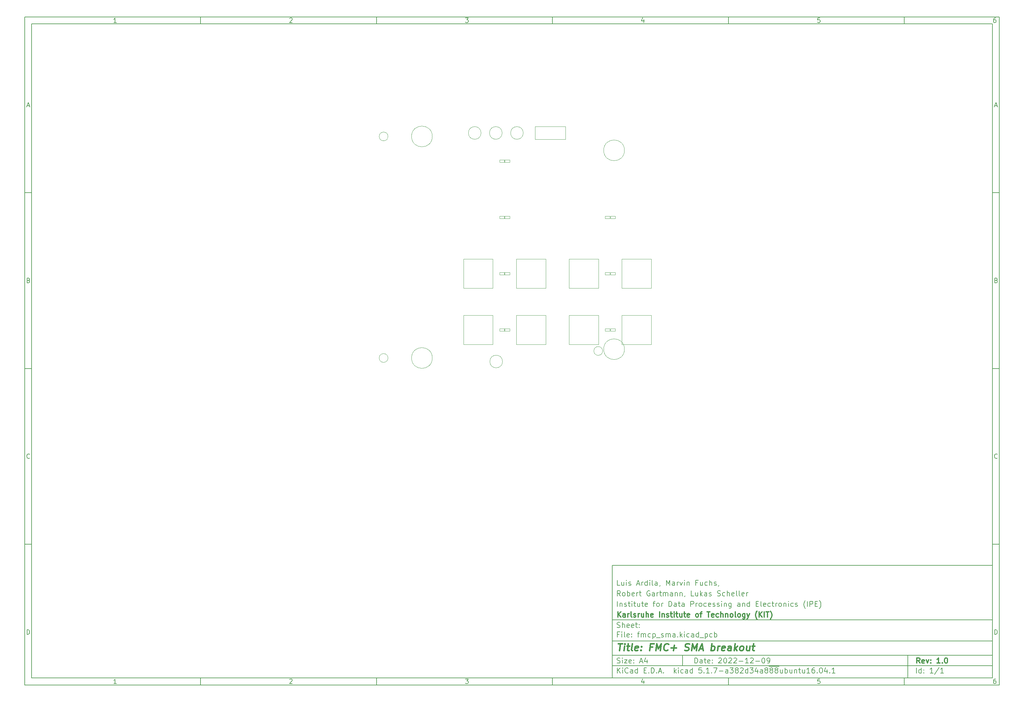
<source format=gbr>
%TF.GenerationSoftware,KiCad,Pcbnew,5.1.7-a382d34a8~88~ubuntu16.04.1*%
%TF.CreationDate,2022-12-13T12:32:42+01:00*%
%TF.ProjectId,fmcp_sma,666d6370-5f73-46d6-912e-6b696361645f,1.0*%
%TF.SameCoordinates,Original*%
%TF.FileFunction,Other,User*%
%FSLAX46Y46*%
G04 Gerber Fmt 4.6, Leading zero omitted, Abs format (unit mm)*
G04 Created by KiCad (PCBNEW 5.1.7-a382d34a8~88~ubuntu16.04.1) date 2022-12-13 12:32:42*
%MOMM*%
%LPD*%
G01*
G04 APERTURE LIST*
%ADD10C,0.050000*%
%ADD11C,0.150000*%
%ADD12C,0.300000*%
%ADD13C,0.400000*%
G04 APERTURE END LIST*
D10*
D11*
X177002200Y-166007200D02*
X177002200Y-198007200D01*
X285002200Y-198007200D01*
X285002200Y-166007200D01*
X177002200Y-166007200D01*
D10*
D11*
X10000000Y-10000000D02*
X10000000Y-200007200D01*
X287002200Y-200007200D01*
X287002200Y-10000000D01*
X10000000Y-10000000D01*
D10*
D11*
X12000000Y-12000000D02*
X12000000Y-198007200D01*
X285002200Y-198007200D01*
X285002200Y-12000000D01*
X12000000Y-12000000D01*
D10*
D11*
X60000000Y-12000000D02*
X60000000Y-10000000D01*
D10*
D11*
X110000000Y-12000000D02*
X110000000Y-10000000D01*
D10*
D11*
X160000000Y-12000000D02*
X160000000Y-10000000D01*
D10*
D11*
X210000000Y-12000000D02*
X210000000Y-10000000D01*
D10*
D11*
X260000000Y-12000000D02*
X260000000Y-10000000D01*
D10*
D11*
X36065476Y-11588095D02*
X35322619Y-11588095D01*
X35694047Y-11588095D02*
X35694047Y-10288095D01*
X35570238Y-10473809D01*
X35446428Y-10597619D01*
X35322619Y-10659523D01*
D10*
D11*
X85322619Y-10411904D02*
X85384523Y-10350000D01*
X85508333Y-10288095D01*
X85817857Y-10288095D01*
X85941666Y-10350000D01*
X86003571Y-10411904D01*
X86065476Y-10535714D01*
X86065476Y-10659523D01*
X86003571Y-10845238D01*
X85260714Y-11588095D01*
X86065476Y-11588095D01*
D10*
D11*
X135260714Y-10288095D02*
X136065476Y-10288095D01*
X135632142Y-10783333D01*
X135817857Y-10783333D01*
X135941666Y-10845238D01*
X136003571Y-10907142D01*
X136065476Y-11030952D01*
X136065476Y-11340476D01*
X136003571Y-11464285D01*
X135941666Y-11526190D01*
X135817857Y-11588095D01*
X135446428Y-11588095D01*
X135322619Y-11526190D01*
X135260714Y-11464285D01*
D10*
D11*
X185941666Y-10721428D02*
X185941666Y-11588095D01*
X185632142Y-10226190D02*
X185322619Y-11154761D01*
X186127380Y-11154761D01*
D10*
D11*
X236003571Y-10288095D02*
X235384523Y-10288095D01*
X235322619Y-10907142D01*
X235384523Y-10845238D01*
X235508333Y-10783333D01*
X235817857Y-10783333D01*
X235941666Y-10845238D01*
X236003571Y-10907142D01*
X236065476Y-11030952D01*
X236065476Y-11340476D01*
X236003571Y-11464285D01*
X235941666Y-11526190D01*
X235817857Y-11588095D01*
X235508333Y-11588095D01*
X235384523Y-11526190D01*
X235322619Y-11464285D01*
D10*
D11*
X285941666Y-10288095D02*
X285694047Y-10288095D01*
X285570238Y-10350000D01*
X285508333Y-10411904D01*
X285384523Y-10597619D01*
X285322619Y-10845238D01*
X285322619Y-11340476D01*
X285384523Y-11464285D01*
X285446428Y-11526190D01*
X285570238Y-11588095D01*
X285817857Y-11588095D01*
X285941666Y-11526190D01*
X286003571Y-11464285D01*
X286065476Y-11340476D01*
X286065476Y-11030952D01*
X286003571Y-10907142D01*
X285941666Y-10845238D01*
X285817857Y-10783333D01*
X285570238Y-10783333D01*
X285446428Y-10845238D01*
X285384523Y-10907142D01*
X285322619Y-11030952D01*
D10*
D11*
X60000000Y-198007200D02*
X60000000Y-200007200D01*
D10*
D11*
X110000000Y-198007200D02*
X110000000Y-200007200D01*
D10*
D11*
X160000000Y-198007200D02*
X160000000Y-200007200D01*
D10*
D11*
X210000000Y-198007200D02*
X210000000Y-200007200D01*
D10*
D11*
X260000000Y-198007200D02*
X260000000Y-200007200D01*
D10*
D11*
X36065476Y-199595295D02*
X35322619Y-199595295D01*
X35694047Y-199595295D02*
X35694047Y-198295295D01*
X35570238Y-198481009D01*
X35446428Y-198604819D01*
X35322619Y-198666723D01*
D10*
D11*
X85322619Y-198419104D02*
X85384523Y-198357200D01*
X85508333Y-198295295D01*
X85817857Y-198295295D01*
X85941666Y-198357200D01*
X86003571Y-198419104D01*
X86065476Y-198542914D01*
X86065476Y-198666723D01*
X86003571Y-198852438D01*
X85260714Y-199595295D01*
X86065476Y-199595295D01*
D10*
D11*
X135260714Y-198295295D02*
X136065476Y-198295295D01*
X135632142Y-198790533D01*
X135817857Y-198790533D01*
X135941666Y-198852438D01*
X136003571Y-198914342D01*
X136065476Y-199038152D01*
X136065476Y-199347676D01*
X136003571Y-199471485D01*
X135941666Y-199533390D01*
X135817857Y-199595295D01*
X135446428Y-199595295D01*
X135322619Y-199533390D01*
X135260714Y-199471485D01*
D10*
D11*
X185941666Y-198728628D02*
X185941666Y-199595295D01*
X185632142Y-198233390D02*
X185322619Y-199161961D01*
X186127380Y-199161961D01*
D10*
D11*
X236003571Y-198295295D02*
X235384523Y-198295295D01*
X235322619Y-198914342D01*
X235384523Y-198852438D01*
X235508333Y-198790533D01*
X235817857Y-198790533D01*
X235941666Y-198852438D01*
X236003571Y-198914342D01*
X236065476Y-199038152D01*
X236065476Y-199347676D01*
X236003571Y-199471485D01*
X235941666Y-199533390D01*
X235817857Y-199595295D01*
X235508333Y-199595295D01*
X235384523Y-199533390D01*
X235322619Y-199471485D01*
D10*
D11*
X285941666Y-198295295D02*
X285694047Y-198295295D01*
X285570238Y-198357200D01*
X285508333Y-198419104D01*
X285384523Y-198604819D01*
X285322619Y-198852438D01*
X285322619Y-199347676D01*
X285384523Y-199471485D01*
X285446428Y-199533390D01*
X285570238Y-199595295D01*
X285817857Y-199595295D01*
X285941666Y-199533390D01*
X286003571Y-199471485D01*
X286065476Y-199347676D01*
X286065476Y-199038152D01*
X286003571Y-198914342D01*
X285941666Y-198852438D01*
X285817857Y-198790533D01*
X285570238Y-198790533D01*
X285446428Y-198852438D01*
X285384523Y-198914342D01*
X285322619Y-199038152D01*
D10*
D11*
X10000000Y-60000000D02*
X12000000Y-60000000D01*
D10*
D11*
X10000000Y-110000000D02*
X12000000Y-110000000D01*
D10*
D11*
X10000000Y-160000000D02*
X12000000Y-160000000D01*
D10*
D11*
X10690476Y-35216666D02*
X11309523Y-35216666D01*
X10566666Y-35588095D02*
X11000000Y-34288095D01*
X11433333Y-35588095D01*
D10*
D11*
X11092857Y-84907142D02*
X11278571Y-84969047D01*
X11340476Y-85030952D01*
X11402380Y-85154761D01*
X11402380Y-85340476D01*
X11340476Y-85464285D01*
X11278571Y-85526190D01*
X11154761Y-85588095D01*
X10659523Y-85588095D01*
X10659523Y-84288095D01*
X11092857Y-84288095D01*
X11216666Y-84350000D01*
X11278571Y-84411904D01*
X11340476Y-84535714D01*
X11340476Y-84659523D01*
X11278571Y-84783333D01*
X11216666Y-84845238D01*
X11092857Y-84907142D01*
X10659523Y-84907142D01*
D10*
D11*
X11402380Y-135464285D02*
X11340476Y-135526190D01*
X11154761Y-135588095D01*
X11030952Y-135588095D01*
X10845238Y-135526190D01*
X10721428Y-135402380D01*
X10659523Y-135278571D01*
X10597619Y-135030952D01*
X10597619Y-134845238D01*
X10659523Y-134597619D01*
X10721428Y-134473809D01*
X10845238Y-134350000D01*
X11030952Y-134288095D01*
X11154761Y-134288095D01*
X11340476Y-134350000D01*
X11402380Y-134411904D01*
D10*
D11*
X10659523Y-185588095D02*
X10659523Y-184288095D01*
X10969047Y-184288095D01*
X11154761Y-184350000D01*
X11278571Y-184473809D01*
X11340476Y-184597619D01*
X11402380Y-184845238D01*
X11402380Y-185030952D01*
X11340476Y-185278571D01*
X11278571Y-185402380D01*
X11154761Y-185526190D01*
X10969047Y-185588095D01*
X10659523Y-185588095D01*
D10*
D11*
X287002200Y-60000000D02*
X285002200Y-60000000D01*
D10*
D11*
X287002200Y-110000000D02*
X285002200Y-110000000D01*
D10*
D11*
X287002200Y-160000000D02*
X285002200Y-160000000D01*
D10*
D11*
X285692676Y-35216666D02*
X286311723Y-35216666D01*
X285568866Y-35588095D02*
X286002200Y-34288095D01*
X286435533Y-35588095D01*
D10*
D11*
X286095057Y-84907142D02*
X286280771Y-84969047D01*
X286342676Y-85030952D01*
X286404580Y-85154761D01*
X286404580Y-85340476D01*
X286342676Y-85464285D01*
X286280771Y-85526190D01*
X286156961Y-85588095D01*
X285661723Y-85588095D01*
X285661723Y-84288095D01*
X286095057Y-84288095D01*
X286218866Y-84350000D01*
X286280771Y-84411904D01*
X286342676Y-84535714D01*
X286342676Y-84659523D01*
X286280771Y-84783333D01*
X286218866Y-84845238D01*
X286095057Y-84907142D01*
X285661723Y-84907142D01*
D10*
D11*
X286404580Y-135464285D02*
X286342676Y-135526190D01*
X286156961Y-135588095D01*
X286033152Y-135588095D01*
X285847438Y-135526190D01*
X285723628Y-135402380D01*
X285661723Y-135278571D01*
X285599819Y-135030952D01*
X285599819Y-134845238D01*
X285661723Y-134597619D01*
X285723628Y-134473809D01*
X285847438Y-134350000D01*
X286033152Y-134288095D01*
X286156961Y-134288095D01*
X286342676Y-134350000D01*
X286404580Y-134411904D01*
D10*
D11*
X285661723Y-185588095D02*
X285661723Y-184288095D01*
X285971247Y-184288095D01*
X286156961Y-184350000D01*
X286280771Y-184473809D01*
X286342676Y-184597619D01*
X286404580Y-184845238D01*
X286404580Y-185030952D01*
X286342676Y-185278571D01*
X286280771Y-185402380D01*
X286156961Y-185526190D01*
X285971247Y-185588095D01*
X285661723Y-185588095D01*
D10*
D11*
X200434342Y-193785771D02*
X200434342Y-192285771D01*
X200791485Y-192285771D01*
X201005771Y-192357200D01*
X201148628Y-192500057D01*
X201220057Y-192642914D01*
X201291485Y-192928628D01*
X201291485Y-193142914D01*
X201220057Y-193428628D01*
X201148628Y-193571485D01*
X201005771Y-193714342D01*
X200791485Y-193785771D01*
X200434342Y-193785771D01*
X202577200Y-193785771D02*
X202577200Y-193000057D01*
X202505771Y-192857200D01*
X202362914Y-192785771D01*
X202077200Y-192785771D01*
X201934342Y-192857200D01*
X202577200Y-193714342D02*
X202434342Y-193785771D01*
X202077200Y-193785771D01*
X201934342Y-193714342D01*
X201862914Y-193571485D01*
X201862914Y-193428628D01*
X201934342Y-193285771D01*
X202077200Y-193214342D01*
X202434342Y-193214342D01*
X202577200Y-193142914D01*
X203077200Y-192785771D02*
X203648628Y-192785771D01*
X203291485Y-192285771D02*
X203291485Y-193571485D01*
X203362914Y-193714342D01*
X203505771Y-193785771D01*
X203648628Y-193785771D01*
X204720057Y-193714342D02*
X204577200Y-193785771D01*
X204291485Y-193785771D01*
X204148628Y-193714342D01*
X204077200Y-193571485D01*
X204077200Y-193000057D01*
X204148628Y-192857200D01*
X204291485Y-192785771D01*
X204577200Y-192785771D01*
X204720057Y-192857200D01*
X204791485Y-193000057D01*
X204791485Y-193142914D01*
X204077200Y-193285771D01*
X205434342Y-193642914D02*
X205505771Y-193714342D01*
X205434342Y-193785771D01*
X205362914Y-193714342D01*
X205434342Y-193642914D01*
X205434342Y-193785771D01*
X205434342Y-192857200D02*
X205505771Y-192928628D01*
X205434342Y-193000057D01*
X205362914Y-192928628D01*
X205434342Y-192857200D01*
X205434342Y-193000057D01*
X207220057Y-192428628D02*
X207291485Y-192357200D01*
X207434342Y-192285771D01*
X207791485Y-192285771D01*
X207934342Y-192357200D01*
X208005771Y-192428628D01*
X208077200Y-192571485D01*
X208077200Y-192714342D01*
X208005771Y-192928628D01*
X207148628Y-193785771D01*
X208077200Y-193785771D01*
X209005771Y-192285771D02*
X209148628Y-192285771D01*
X209291485Y-192357200D01*
X209362914Y-192428628D01*
X209434342Y-192571485D01*
X209505771Y-192857200D01*
X209505771Y-193214342D01*
X209434342Y-193500057D01*
X209362914Y-193642914D01*
X209291485Y-193714342D01*
X209148628Y-193785771D01*
X209005771Y-193785771D01*
X208862914Y-193714342D01*
X208791485Y-193642914D01*
X208720057Y-193500057D01*
X208648628Y-193214342D01*
X208648628Y-192857200D01*
X208720057Y-192571485D01*
X208791485Y-192428628D01*
X208862914Y-192357200D01*
X209005771Y-192285771D01*
X210077200Y-192428628D02*
X210148628Y-192357200D01*
X210291485Y-192285771D01*
X210648628Y-192285771D01*
X210791485Y-192357200D01*
X210862914Y-192428628D01*
X210934342Y-192571485D01*
X210934342Y-192714342D01*
X210862914Y-192928628D01*
X210005771Y-193785771D01*
X210934342Y-193785771D01*
X211505771Y-192428628D02*
X211577200Y-192357200D01*
X211720057Y-192285771D01*
X212077200Y-192285771D01*
X212220057Y-192357200D01*
X212291485Y-192428628D01*
X212362914Y-192571485D01*
X212362914Y-192714342D01*
X212291485Y-192928628D01*
X211434342Y-193785771D01*
X212362914Y-193785771D01*
X213005771Y-193214342D02*
X214148628Y-193214342D01*
X215648628Y-193785771D02*
X214791485Y-193785771D01*
X215220057Y-193785771D02*
X215220057Y-192285771D01*
X215077200Y-192500057D01*
X214934342Y-192642914D01*
X214791485Y-192714342D01*
X216220057Y-192428628D02*
X216291485Y-192357200D01*
X216434342Y-192285771D01*
X216791485Y-192285771D01*
X216934342Y-192357200D01*
X217005771Y-192428628D01*
X217077200Y-192571485D01*
X217077200Y-192714342D01*
X217005771Y-192928628D01*
X216148628Y-193785771D01*
X217077200Y-193785771D01*
X217720057Y-193214342D02*
X218862914Y-193214342D01*
X219862914Y-192285771D02*
X220005771Y-192285771D01*
X220148628Y-192357200D01*
X220220057Y-192428628D01*
X220291485Y-192571485D01*
X220362914Y-192857200D01*
X220362914Y-193214342D01*
X220291485Y-193500057D01*
X220220057Y-193642914D01*
X220148628Y-193714342D01*
X220005771Y-193785771D01*
X219862914Y-193785771D01*
X219720057Y-193714342D01*
X219648628Y-193642914D01*
X219577200Y-193500057D01*
X219505771Y-193214342D01*
X219505771Y-192857200D01*
X219577200Y-192571485D01*
X219648628Y-192428628D01*
X219720057Y-192357200D01*
X219862914Y-192285771D01*
X221077200Y-193785771D02*
X221362914Y-193785771D01*
X221505771Y-193714342D01*
X221577200Y-193642914D01*
X221720057Y-193428628D01*
X221791485Y-193142914D01*
X221791485Y-192571485D01*
X221720057Y-192428628D01*
X221648628Y-192357200D01*
X221505771Y-192285771D01*
X221220057Y-192285771D01*
X221077200Y-192357200D01*
X221005771Y-192428628D01*
X220934342Y-192571485D01*
X220934342Y-192928628D01*
X221005771Y-193071485D01*
X221077200Y-193142914D01*
X221220057Y-193214342D01*
X221505771Y-193214342D01*
X221648628Y-193142914D01*
X221720057Y-193071485D01*
X221791485Y-192928628D01*
D10*
D11*
X177002200Y-194507200D02*
X285002200Y-194507200D01*
D10*
D11*
X178434342Y-196585771D02*
X178434342Y-195085771D01*
X179291485Y-196585771D02*
X178648628Y-195728628D01*
X179291485Y-195085771D02*
X178434342Y-195942914D01*
X179934342Y-196585771D02*
X179934342Y-195585771D01*
X179934342Y-195085771D02*
X179862914Y-195157200D01*
X179934342Y-195228628D01*
X180005771Y-195157200D01*
X179934342Y-195085771D01*
X179934342Y-195228628D01*
X181505771Y-196442914D02*
X181434342Y-196514342D01*
X181220057Y-196585771D01*
X181077200Y-196585771D01*
X180862914Y-196514342D01*
X180720057Y-196371485D01*
X180648628Y-196228628D01*
X180577200Y-195942914D01*
X180577200Y-195728628D01*
X180648628Y-195442914D01*
X180720057Y-195300057D01*
X180862914Y-195157200D01*
X181077200Y-195085771D01*
X181220057Y-195085771D01*
X181434342Y-195157200D01*
X181505771Y-195228628D01*
X182791485Y-196585771D02*
X182791485Y-195800057D01*
X182720057Y-195657200D01*
X182577200Y-195585771D01*
X182291485Y-195585771D01*
X182148628Y-195657200D01*
X182791485Y-196514342D02*
X182648628Y-196585771D01*
X182291485Y-196585771D01*
X182148628Y-196514342D01*
X182077200Y-196371485D01*
X182077200Y-196228628D01*
X182148628Y-196085771D01*
X182291485Y-196014342D01*
X182648628Y-196014342D01*
X182791485Y-195942914D01*
X184148628Y-196585771D02*
X184148628Y-195085771D01*
X184148628Y-196514342D02*
X184005771Y-196585771D01*
X183720057Y-196585771D01*
X183577200Y-196514342D01*
X183505771Y-196442914D01*
X183434342Y-196300057D01*
X183434342Y-195871485D01*
X183505771Y-195728628D01*
X183577200Y-195657200D01*
X183720057Y-195585771D01*
X184005771Y-195585771D01*
X184148628Y-195657200D01*
X186005771Y-195800057D02*
X186505771Y-195800057D01*
X186720057Y-196585771D02*
X186005771Y-196585771D01*
X186005771Y-195085771D01*
X186720057Y-195085771D01*
X187362914Y-196442914D02*
X187434342Y-196514342D01*
X187362914Y-196585771D01*
X187291485Y-196514342D01*
X187362914Y-196442914D01*
X187362914Y-196585771D01*
X188077200Y-196585771D02*
X188077200Y-195085771D01*
X188434342Y-195085771D01*
X188648628Y-195157200D01*
X188791485Y-195300057D01*
X188862914Y-195442914D01*
X188934342Y-195728628D01*
X188934342Y-195942914D01*
X188862914Y-196228628D01*
X188791485Y-196371485D01*
X188648628Y-196514342D01*
X188434342Y-196585771D01*
X188077200Y-196585771D01*
X189577200Y-196442914D02*
X189648628Y-196514342D01*
X189577200Y-196585771D01*
X189505771Y-196514342D01*
X189577200Y-196442914D01*
X189577200Y-196585771D01*
X190220057Y-196157200D02*
X190934342Y-196157200D01*
X190077200Y-196585771D02*
X190577200Y-195085771D01*
X191077200Y-196585771D01*
X191577200Y-196442914D02*
X191648628Y-196514342D01*
X191577200Y-196585771D01*
X191505771Y-196514342D01*
X191577200Y-196442914D01*
X191577200Y-196585771D01*
X194577200Y-196585771D02*
X194577200Y-195085771D01*
X194720057Y-196014342D02*
X195148628Y-196585771D01*
X195148628Y-195585771D02*
X194577200Y-196157200D01*
X195791485Y-196585771D02*
X195791485Y-195585771D01*
X195791485Y-195085771D02*
X195720057Y-195157200D01*
X195791485Y-195228628D01*
X195862914Y-195157200D01*
X195791485Y-195085771D01*
X195791485Y-195228628D01*
X197148628Y-196514342D02*
X197005771Y-196585771D01*
X196720057Y-196585771D01*
X196577200Y-196514342D01*
X196505771Y-196442914D01*
X196434342Y-196300057D01*
X196434342Y-195871485D01*
X196505771Y-195728628D01*
X196577200Y-195657200D01*
X196720057Y-195585771D01*
X197005771Y-195585771D01*
X197148628Y-195657200D01*
X198434342Y-196585771D02*
X198434342Y-195800057D01*
X198362914Y-195657200D01*
X198220057Y-195585771D01*
X197934342Y-195585771D01*
X197791485Y-195657200D01*
X198434342Y-196514342D02*
X198291485Y-196585771D01*
X197934342Y-196585771D01*
X197791485Y-196514342D01*
X197720057Y-196371485D01*
X197720057Y-196228628D01*
X197791485Y-196085771D01*
X197934342Y-196014342D01*
X198291485Y-196014342D01*
X198434342Y-195942914D01*
X199791485Y-196585771D02*
X199791485Y-195085771D01*
X199791485Y-196514342D02*
X199648628Y-196585771D01*
X199362914Y-196585771D01*
X199220057Y-196514342D01*
X199148628Y-196442914D01*
X199077200Y-196300057D01*
X199077200Y-195871485D01*
X199148628Y-195728628D01*
X199220057Y-195657200D01*
X199362914Y-195585771D01*
X199648628Y-195585771D01*
X199791485Y-195657200D01*
X202362914Y-195085771D02*
X201648628Y-195085771D01*
X201577200Y-195800057D01*
X201648628Y-195728628D01*
X201791485Y-195657200D01*
X202148628Y-195657200D01*
X202291485Y-195728628D01*
X202362914Y-195800057D01*
X202434342Y-195942914D01*
X202434342Y-196300057D01*
X202362914Y-196442914D01*
X202291485Y-196514342D01*
X202148628Y-196585771D01*
X201791485Y-196585771D01*
X201648628Y-196514342D01*
X201577200Y-196442914D01*
X203077200Y-196442914D02*
X203148628Y-196514342D01*
X203077200Y-196585771D01*
X203005771Y-196514342D01*
X203077200Y-196442914D01*
X203077200Y-196585771D01*
X204577200Y-196585771D02*
X203720057Y-196585771D01*
X204148628Y-196585771D02*
X204148628Y-195085771D01*
X204005771Y-195300057D01*
X203862914Y-195442914D01*
X203720057Y-195514342D01*
X205220057Y-196442914D02*
X205291485Y-196514342D01*
X205220057Y-196585771D01*
X205148628Y-196514342D01*
X205220057Y-196442914D01*
X205220057Y-196585771D01*
X205791485Y-195085771D02*
X206791485Y-195085771D01*
X206148628Y-196585771D01*
X207362914Y-196014342D02*
X208505771Y-196014342D01*
X209862914Y-196585771D02*
X209862914Y-195800057D01*
X209791485Y-195657200D01*
X209648628Y-195585771D01*
X209362914Y-195585771D01*
X209220057Y-195657200D01*
X209862914Y-196514342D02*
X209720057Y-196585771D01*
X209362914Y-196585771D01*
X209220057Y-196514342D01*
X209148628Y-196371485D01*
X209148628Y-196228628D01*
X209220057Y-196085771D01*
X209362914Y-196014342D01*
X209720057Y-196014342D01*
X209862914Y-195942914D01*
X210434342Y-195085771D02*
X211362914Y-195085771D01*
X210862914Y-195657200D01*
X211077200Y-195657200D01*
X211220057Y-195728628D01*
X211291485Y-195800057D01*
X211362914Y-195942914D01*
X211362914Y-196300057D01*
X211291485Y-196442914D01*
X211220057Y-196514342D01*
X211077200Y-196585771D01*
X210648628Y-196585771D01*
X210505771Y-196514342D01*
X210434342Y-196442914D01*
X212220057Y-195728628D02*
X212077200Y-195657200D01*
X212005771Y-195585771D01*
X211934342Y-195442914D01*
X211934342Y-195371485D01*
X212005771Y-195228628D01*
X212077200Y-195157200D01*
X212220057Y-195085771D01*
X212505771Y-195085771D01*
X212648628Y-195157200D01*
X212720057Y-195228628D01*
X212791485Y-195371485D01*
X212791485Y-195442914D01*
X212720057Y-195585771D01*
X212648628Y-195657200D01*
X212505771Y-195728628D01*
X212220057Y-195728628D01*
X212077200Y-195800057D01*
X212005771Y-195871485D01*
X211934342Y-196014342D01*
X211934342Y-196300057D01*
X212005771Y-196442914D01*
X212077200Y-196514342D01*
X212220057Y-196585771D01*
X212505771Y-196585771D01*
X212648628Y-196514342D01*
X212720057Y-196442914D01*
X212791485Y-196300057D01*
X212791485Y-196014342D01*
X212720057Y-195871485D01*
X212648628Y-195800057D01*
X212505771Y-195728628D01*
X213362914Y-195228628D02*
X213434342Y-195157200D01*
X213577200Y-195085771D01*
X213934342Y-195085771D01*
X214077200Y-195157200D01*
X214148628Y-195228628D01*
X214220057Y-195371485D01*
X214220057Y-195514342D01*
X214148628Y-195728628D01*
X213291485Y-196585771D01*
X214220057Y-196585771D01*
X215505771Y-196585771D02*
X215505771Y-195085771D01*
X215505771Y-196514342D02*
X215362914Y-196585771D01*
X215077200Y-196585771D01*
X214934342Y-196514342D01*
X214862914Y-196442914D01*
X214791485Y-196300057D01*
X214791485Y-195871485D01*
X214862914Y-195728628D01*
X214934342Y-195657200D01*
X215077200Y-195585771D01*
X215362914Y-195585771D01*
X215505771Y-195657200D01*
X216077200Y-195085771D02*
X217005771Y-195085771D01*
X216505771Y-195657200D01*
X216720057Y-195657200D01*
X216862914Y-195728628D01*
X216934342Y-195800057D01*
X217005771Y-195942914D01*
X217005771Y-196300057D01*
X216934342Y-196442914D01*
X216862914Y-196514342D01*
X216720057Y-196585771D01*
X216291485Y-196585771D01*
X216148628Y-196514342D01*
X216077200Y-196442914D01*
X218291485Y-195585771D02*
X218291485Y-196585771D01*
X217934342Y-195014342D02*
X217577200Y-196085771D01*
X218505771Y-196085771D01*
X219720057Y-196585771D02*
X219720057Y-195800057D01*
X219648628Y-195657200D01*
X219505771Y-195585771D01*
X219220057Y-195585771D01*
X219077200Y-195657200D01*
X219720057Y-196514342D02*
X219577200Y-196585771D01*
X219220057Y-196585771D01*
X219077200Y-196514342D01*
X219005771Y-196371485D01*
X219005771Y-196228628D01*
X219077200Y-196085771D01*
X219220057Y-196014342D01*
X219577200Y-196014342D01*
X219720057Y-195942914D01*
X220648628Y-195728628D02*
X220505771Y-195657200D01*
X220434342Y-195585771D01*
X220362914Y-195442914D01*
X220362914Y-195371485D01*
X220434342Y-195228628D01*
X220505771Y-195157200D01*
X220648628Y-195085771D01*
X220934342Y-195085771D01*
X221077200Y-195157200D01*
X221148628Y-195228628D01*
X221220057Y-195371485D01*
X221220057Y-195442914D01*
X221148628Y-195585771D01*
X221077200Y-195657200D01*
X220934342Y-195728628D01*
X220648628Y-195728628D01*
X220505771Y-195800057D01*
X220434342Y-195871485D01*
X220362914Y-196014342D01*
X220362914Y-196300057D01*
X220434342Y-196442914D01*
X220505771Y-196514342D01*
X220648628Y-196585771D01*
X220934342Y-196585771D01*
X221077200Y-196514342D01*
X221148628Y-196442914D01*
X221220057Y-196300057D01*
X221220057Y-196014342D01*
X221148628Y-195871485D01*
X221077200Y-195800057D01*
X220934342Y-195728628D01*
X221505771Y-194677200D02*
X222934342Y-194677200D01*
X222077200Y-195728628D02*
X221934342Y-195657200D01*
X221862914Y-195585771D01*
X221791485Y-195442914D01*
X221791485Y-195371485D01*
X221862914Y-195228628D01*
X221934342Y-195157200D01*
X222077200Y-195085771D01*
X222362914Y-195085771D01*
X222505771Y-195157200D01*
X222577200Y-195228628D01*
X222648628Y-195371485D01*
X222648628Y-195442914D01*
X222577200Y-195585771D01*
X222505771Y-195657200D01*
X222362914Y-195728628D01*
X222077200Y-195728628D01*
X221934342Y-195800057D01*
X221862914Y-195871485D01*
X221791485Y-196014342D01*
X221791485Y-196300057D01*
X221862914Y-196442914D01*
X221934342Y-196514342D01*
X222077200Y-196585771D01*
X222362914Y-196585771D01*
X222505771Y-196514342D01*
X222577200Y-196442914D01*
X222648628Y-196300057D01*
X222648628Y-196014342D01*
X222577200Y-195871485D01*
X222505771Y-195800057D01*
X222362914Y-195728628D01*
X222934342Y-194677200D02*
X224362914Y-194677200D01*
X223505771Y-195728628D02*
X223362914Y-195657200D01*
X223291485Y-195585771D01*
X223220057Y-195442914D01*
X223220057Y-195371485D01*
X223291485Y-195228628D01*
X223362914Y-195157200D01*
X223505771Y-195085771D01*
X223791485Y-195085771D01*
X223934342Y-195157200D01*
X224005771Y-195228628D01*
X224077199Y-195371485D01*
X224077199Y-195442914D01*
X224005771Y-195585771D01*
X223934342Y-195657200D01*
X223791485Y-195728628D01*
X223505771Y-195728628D01*
X223362914Y-195800057D01*
X223291485Y-195871485D01*
X223220057Y-196014342D01*
X223220057Y-196300057D01*
X223291485Y-196442914D01*
X223362914Y-196514342D01*
X223505771Y-196585771D01*
X223791485Y-196585771D01*
X223934342Y-196514342D01*
X224005771Y-196442914D01*
X224077199Y-196300057D01*
X224077199Y-196014342D01*
X224005771Y-195871485D01*
X223934342Y-195800057D01*
X223791485Y-195728628D01*
X225362914Y-195585771D02*
X225362914Y-196585771D01*
X224720057Y-195585771D02*
X224720057Y-196371485D01*
X224791485Y-196514342D01*
X224934342Y-196585771D01*
X225148628Y-196585771D01*
X225291485Y-196514342D01*
X225362914Y-196442914D01*
X226077199Y-196585771D02*
X226077199Y-195085771D01*
X226077199Y-195657200D02*
X226220057Y-195585771D01*
X226505771Y-195585771D01*
X226648628Y-195657200D01*
X226720057Y-195728628D01*
X226791485Y-195871485D01*
X226791485Y-196300057D01*
X226720057Y-196442914D01*
X226648628Y-196514342D01*
X226505771Y-196585771D01*
X226220057Y-196585771D01*
X226077199Y-196514342D01*
X228077199Y-195585771D02*
X228077199Y-196585771D01*
X227434342Y-195585771D02*
X227434342Y-196371485D01*
X227505771Y-196514342D01*
X227648628Y-196585771D01*
X227862914Y-196585771D01*
X228005771Y-196514342D01*
X228077199Y-196442914D01*
X228791485Y-195585771D02*
X228791485Y-196585771D01*
X228791485Y-195728628D02*
X228862914Y-195657200D01*
X229005771Y-195585771D01*
X229220057Y-195585771D01*
X229362914Y-195657200D01*
X229434342Y-195800057D01*
X229434342Y-196585771D01*
X229934342Y-195585771D02*
X230505771Y-195585771D01*
X230148628Y-195085771D02*
X230148628Y-196371485D01*
X230220057Y-196514342D01*
X230362914Y-196585771D01*
X230505771Y-196585771D01*
X231648628Y-195585771D02*
X231648628Y-196585771D01*
X231005771Y-195585771D02*
X231005771Y-196371485D01*
X231077199Y-196514342D01*
X231220057Y-196585771D01*
X231434342Y-196585771D01*
X231577199Y-196514342D01*
X231648628Y-196442914D01*
X233148628Y-196585771D02*
X232291485Y-196585771D01*
X232720057Y-196585771D02*
X232720057Y-195085771D01*
X232577200Y-195300057D01*
X232434342Y-195442914D01*
X232291485Y-195514342D01*
X234434342Y-195085771D02*
X234148628Y-195085771D01*
X234005771Y-195157200D01*
X233934342Y-195228628D01*
X233791485Y-195442914D01*
X233720057Y-195728628D01*
X233720057Y-196300057D01*
X233791485Y-196442914D01*
X233862914Y-196514342D01*
X234005771Y-196585771D01*
X234291485Y-196585771D01*
X234434342Y-196514342D01*
X234505771Y-196442914D01*
X234577199Y-196300057D01*
X234577199Y-195942914D01*
X234505771Y-195800057D01*
X234434342Y-195728628D01*
X234291485Y-195657200D01*
X234005771Y-195657200D01*
X233862914Y-195728628D01*
X233791485Y-195800057D01*
X233720057Y-195942914D01*
X235220057Y-196442914D02*
X235291485Y-196514342D01*
X235220057Y-196585771D01*
X235148628Y-196514342D01*
X235220057Y-196442914D01*
X235220057Y-196585771D01*
X236220057Y-195085771D02*
X236362914Y-195085771D01*
X236505771Y-195157200D01*
X236577199Y-195228628D01*
X236648628Y-195371485D01*
X236720057Y-195657200D01*
X236720057Y-196014342D01*
X236648628Y-196300057D01*
X236577199Y-196442914D01*
X236505771Y-196514342D01*
X236362914Y-196585771D01*
X236220057Y-196585771D01*
X236077199Y-196514342D01*
X236005771Y-196442914D01*
X235934342Y-196300057D01*
X235862914Y-196014342D01*
X235862914Y-195657200D01*
X235934342Y-195371485D01*
X236005771Y-195228628D01*
X236077199Y-195157200D01*
X236220057Y-195085771D01*
X238005771Y-195585771D02*
X238005771Y-196585771D01*
X237648628Y-195014342D02*
X237291485Y-196085771D01*
X238220057Y-196085771D01*
X238791485Y-196442914D02*
X238862914Y-196514342D01*
X238791485Y-196585771D01*
X238720057Y-196514342D01*
X238791485Y-196442914D01*
X238791485Y-196585771D01*
X240291485Y-196585771D02*
X239434342Y-196585771D01*
X239862914Y-196585771D02*
X239862914Y-195085771D01*
X239720057Y-195300057D01*
X239577199Y-195442914D01*
X239434342Y-195514342D01*
D10*
D11*
X177002200Y-191507200D02*
X285002200Y-191507200D01*
D10*
D12*
X264411485Y-193785771D02*
X263911485Y-193071485D01*
X263554342Y-193785771D02*
X263554342Y-192285771D01*
X264125771Y-192285771D01*
X264268628Y-192357200D01*
X264340057Y-192428628D01*
X264411485Y-192571485D01*
X264411485Y-192785771D01*
X264340057Y-192928628D01*
X264268628Y-193000057D01*
X264125771Y-193071485D01*
X263554342Y-193071485D01*
X265625771Y-193714342D02*
X265482914Y-193785771D01*
X265197200Y-193785771D01*
X265054342Y-193714342D01*
X264982914Y-193571485D01*
X264982914Y-193000057D01*
X265054342Y-192857200D01*
X265197200Y-192785771D01*
X265482914Y-192785771D01*
X265625771Y-192857200D01*
X265697200Y-193000057D01*
X265697200Y-193142914D01*
X264982914Y-193285771D01*
X266197200Y-192785771D02*
X266554342Y-193785771D01*
X266911485Y-192785771D01*
X267482914Y-193642914D02*
X267554342Y-193714342D01*
X267482914Y-193785771D01*
X267411485Y-193714342D01*
X267482914Y-193642914D01*
X267482914Y-193785771D01*
X267482914Y-192857200D02*
X267554342Y-192928628D01*
X267482914Y-193000057D01*
X267411485Y-192928628D01*
X267482914Y-192857200D01*
X267482914Y-193000057D01*
X270125771Y-193785771D02*
X269268628Y-193785771D01*
X269697200Y-193785771D02*
X269697200Y-192285771D01*
X269554342Y-192500057D01*
X269411485Y-192642914D01*
X269268628Y-192714342D01*
X270768628Y-193642914D02*
X270840057Y-193714342D01*
X270768628Y-193785771D01*
X270697200Y-193714342D01*
X270768628Y-193642914D01*
X270768628Y-193785771D01*
X271768628Y-192285771D02*
X271911485Y-192285771D01*
X272054342Y-192357200D01*
X272125771Y-192428628D01*
X272197200Y-192571485D01*
X272268628Y-192857200D01*
X272268628Y-193214342D01*
X272197200Y-193500057D01*
X272125771Y-193642914D01*
X272054342Y-193714342D01*
X271911485Y-193785771D01*
X271768628Y-193785771D01*
X271625771Y-193714342D01*
X271554342Y-193642914D01*
X271482914Y-193500057D01*
X271411485Y-193214342D01*
X271411485Y-192857200D01*
X271482914Y-192571485D01*
X271554342Y-192428628D01*
X271625771Y-192357200D01*
X271768628Y-192285771D01*
D10*
D11*
X178362914Y-193714342D02*
X178577200Y-193785771D01*
X178934342Y-193785771D01*
X179077200Y-193714342D01*
X179148628Y-193642914D01*
X179220057Y-193500057D01*
X179220057Y-193357200D01*
X179148628Y-193214342D01*
X179077200Y-193142914D01*
X178934342Y-193071485D01*
X178648628Y-193000057D01*
X178505771Y-192928628D01*
X178434342Y-192857200D01*
X178362914Y-192714342D01*
X178362914Y-192571485D01*
X178434342Y-192428628D01*
X178505771Y-192357200D01*
X178648628Y-192285771D01*
X179005771Y-192285771D01*
X179220057Y-192357200D01*
X179862914Y-193785771D02*
X179862914Y-192785771D01*
X179862914Y-192285771D02*
X179791485Y-192357200D01*
X179862914Y-192428628D01*
X179934342Y-192357200D01*
X179862914Y-192285771D01*
X179862914Y-192428628D01*
X180434342Y-192785771D02*
X181220057Y-192785771D01*
X180434342Y-193785771D01*
X181220057Y-193785771D01*
X182362914Y-193714342D02*
X182220057Y-193785771D01*
X181934342Y-193785771D01*
X181791485Y-193714342D01*
X181720057Y-193571485D01*
X181720057Y-193000057D01*
X181791485Y-192857200D01*
X181934342Y-192785771D01*
X182220057Y-192785771D01*
X182362914Y-192857200D01*
X182434342Y-193000057D01*
X182434342Y-193142914D01*
X181720057Y-193285771D01*
X183077200Y-193642914D02*
X183148628Y-193714342D01*
X183077200Y-193785771D01*
X183005771Y-193714342D01*
X183077200Y-193642914D01*
X183077200Y-193785771D01*
X183077200Y-192857200D02*
X183148628Y-192928628D01*
X183077200Y-193000057D01*
X183005771Y-192928628D01*
X183077200Y-192857200D01*
X183077200Y-193000057D01*
X184862914Y-193357200D02*
X185577200Y-193357200D01*
X184720057Y-193785771D02*
X185220057Y-192285771D01*
X185720057Y-193785771D01*
X186862914Y-192785771D02*
X186862914Y-193785771D01*
X186505771Y-192214342D02*
X186148628Y-193285771D01*
X187077200Y-193285771D01*
D10*
D11*
X263434342Y-196585771D02*
X263434342Y-195085771D01*
X264791485Y-196585771D02*
X264791485Y-195085771D01*
X264791485Y-196514342D02*
X264648628Y-196585771D01*
X264362914Y-196585771D01*
X264220057Y-196514342D01*
X264148628Y-196442914D01*
X264077200Y-196300057D01*
X264077200Y-195871485D01*
X264148628Y-195728628D01*
X264220057Y-195657200D01*
X264362914Y-195585771D01*
X264648628Y-195585771D01*
X264791485Y-195657200D01*
X265505771Y-196442914D02*
X265577200Y-196514342D01*
X265505771Y-196585771D01*
X265434342Y-196514342D01*
X265505771Y-196442914D01*
X265505771Y-196585771D01*
X265505771Y-195657200D02*
X265577200Y-195728628D01*
X265505771Y-195800057D01*
X265434342Y-195728628D01*
X265505771Y-195657200D01*
X265505771Y-195800057D01*
X268148628Y-196585771D02*
X267291485Y-196585771D01*
X267720057Y-196585771D02*
X267720057Y-195085771D01*
X267577200Y-195300057D01*
X267434342Y-195442914D01*
X267291485Y-195514342D01*
X269862914Y-195014342D02*
X268577200Y-196942914D01*
X271148628Y-196585771D02*
X270291485Y-196585771D01*
X270720057Y-196585771D02*
X270720057Y-195085771D01*
X270577200Y-195300057D01*
X270434342Y-195442914D01*
X270291485Y-195514342D01*
D10*
D11*
X177002200Y-187507200D02*
X285002200Y-187507200D01*
D10*
D13*
X178714580Y-188211961D02*
X179857438Y-188211961D01*
X179036009Y-190211961D02*
X179286009Y-188211961D01*
X180274104Y-190211961D02*
X180440771Y-188878628D01*
X180524104Y-188211961D02*
X180416961Y-188307200D01*
X180500295Y-188402438D01*
X180607438Y-188307200D01*
X180524104Y-188211961D01*
X180500295Y-188402438D01*
X181107438Y-188878628D02*
X181869342Y-188878628D01*
X181476485Y-188211961D02*
X181262200Y-189926247D01*
X181333628Y-190116723D01*
X181512200Y-190211961D01*
X181702676Y-190211961D01*
X182655057Y-190211961D02*
X182476485Y-190116723D01*
X182405057Y-189926247D01*
X182619342Y-188211961D01*
X184190771Y-190116723D02*
X183988390Y-190211961D01*
X183607438Y-190211961D01*
X183428866Y-190116723D01*
X183357438Y-189926247D01*
X183452676Y-189164342D01*
X183571723Y-188973866D01*
X183774104Y-188878628D01*
X184155057Y-188878628D01*
X184333628Y-188973866D01*
X184405057Y-189164342D01*
X184381247Y-189354819D01*
X183405057Y-189545295D01*
X185155057Y-190021485D02*
X185238390Y-190116723D01*
X185131247Y-190211961D01*
X185047914Y-190116723D01*
X185155057Y-190021485D01*
X185131247Y-190211961D01*
X185286009Y-188973866D02*
X185369342Y-189069104D01*
X185262200Y-189164342D01*
X185178866Y-189069104D01*
X185286009Y-188973866D01*
X185262200Y-189164342D01*
X188405057Y-189164342D02*
X187738390Y-189164342D01*
X187607438Y-190211961D02*
X187857438Y-188211961D01*
X188809819Y-188211961D01*
X189321723Y-190211961D02*
X189571723Y-188211961D01*
X190059819Y-189640533D01*
X190905057Y-188211961D01*
X190655057Y-190211961D01*
X192774104Y-190021485D02*
X192666961Y-190116723D01*
X192369342Y-190211961D01*
X192178866Y-190211961D01*
X191905057Y-190116723D01*
X191738390Y-189926247D01*
X191666961Y-189735771D01*
X191619342Y-189354819D01*
X191655057Y-189069104D01*
X191797914Y-188688152D01*
X191916961Y-188497676D01*
X192131247Y-188307200D01*
X192428866Y-188211961D01*
X192619342Y-188211961D01*
X192893152Y-188307200D01*
X192976485Y-188402438D01*
X193702676Y-189450057D02*
X195226485Y-189450057D01*
X194369342Y-190211961D02*
X194559819Y-188688152D01*
X197524104Y-190116723D02*
X197797914Y-190211961D01*
X198274104Y-190211961D01*
X198476485Y-190116723D01*
X198583628Y-190021485D01*
X198702676Y-189831009D01*
X198726485Y-189640533D01*
X198655057Y-189450057D01*
X198571723Y-189354819D01*
X198393152Y-189259580D01*
X198024104Y-189164342D01*
X197845533Y-189069104D01*
X197762200Y-188973866D01*
X197690771Y-188783390D01*
X197714580Y-188592914D01*
X197833628Y-188402438D01*
X197940771Y-188307200D01*
X198143152Y-188211961D01*
X198619342Y-188211961D01*
X198893152Y-188307200D01*
X199512200Y-190211961D02*
X199762200Y-188211961D01*
X200250295Y-189640533D01*
X201095533Y-188211961D01*
X200845533Y-190211961D01*
X201774104Y-189640533D02*
X202726485Y-189640533D01*
X201512200Y-190211961D02*
X202428866Y-188211961D01*
X202845533Y-190211961D01*
X205036009Y-190211961D02*
X205286009Y-188211961D01*
X205190771Y-188973866D02*
X205393152Y-188878628D01*
X205774104Y-188878628D01*
X205952676Y-188973866D01*
X206036009Y-189069104D01*
X206107438Y-189259580D01*
X206036009Y-189831009D01*
X205916961Y-190021485D01*
X205809819Y-190116723D01*
X205607438Y-190211961D01*
X205226485Y-190211961D01*
X205047914Y-190116723D01*
X206845533Y-190211961D02*
X207012200Y-188878628D01*
X206964580Y-189259580D02*
X207083628Y-189069104D01*
X207190771Y-188973866D01*
X207393152Y-188878628D01*
X207583628Y-188878628D01*
X208857438Y-190116723D02*
X208655057Y-190211961D01*
X208274104Y-190211961D01*
X208095533Y-190116723D01*
X208024104Y-189926247D01*
X208119342Y-189164342D01*
X208238390Y-188973866D01*
X208440771Y-188878628D01*
X208821723Y-188878628D01*
X209000295Y-188973866D01*
X209071723Y-189164342D01*
X209047914Y-189354819D01*
X208071723Y-189545295D01*
X210655057Y-190211961D02*
X210786009Y-189164342D01*
X210714580Y-188973866D01*
X210536009Y-188878628D01*
X210155057Y-188878628D01*
X209952676Y-188973866D01*
X210666961Y-190116723D02*
X210464580Y-190211961D01*
X209988390Y-190211961D01*
X209809819Y-190116723D01*
X209738390Y-189926247D01*
X209762200Y-189735771D01*
X209881247Y-189545295D01*
X210083628Y-189450057D01*
X210559819Y-189450057D01*
X210762200Y-189354819D01*
X211607438Y-190211961D02*
X211857438Y-188211961D01*
X211893152Y-189450057D02*
X212369342Y-190211961D01*
X212536009Y-188878628D02*
X211678866Y-189640533D01*
X213512200Y-190211961D02*
X213333628Y-190116723D01*
X213250295Y-190021485D01*
X213178866Y-189831009D01*
X213250295Y-189259580D01*
X213369342Y-189069104D01*
X213476485Y-188973866D01*
X213678866Y-188878628D01*
X213964580Y-188878628D01*
X214143152Y-188973866D01*
X214226485Y-189069104D01*
X214297914Y-189259580D01*
X214226485Y-189831009D01*
X214107438Y-190021485D01*
X214000295Y-190116723D01*
X213797914Y-190211961D01*
X213512200Y-190211961D01*
X216059819Y-188878628D02*
X215893152Y-190211961D01*
X215202676Y-188878628D02*
X215071723Y-189926247D01*
X215143152Y-190116723D01*
X215321723Y-190211961D01*
X215607438Y-190211961D01*
X215809819Y-190116723D01*
X215916961Y-190021485D01*
X216726485Y-188878628D02*
X217488390Y-188878628D01*
X217095533Y-188211961D02*
X216881247Y-189926247D01*
X216952676Y-190116723D01*
X217131247Y-190211961D01*
X217321723Y-190211961D01*
D10*
D11*
X178934342Y-185600057D02*
X178434342Y-185600057D01*
X178434342Y-186385771D02*
X178434342Y-184885771D01*
X179148628Y-184885771D01*
X179720057Y-186385771D02*
X179720057Y-185385771D01*
X179720057Y-184885771D02*
X179648628Y-184957200D01*
X179720057Y-185028628D01*
X179791485Y-184957200D01*
X179720057Y-184885771D01*
X179720057Y-185028628D01*
X180648628Y-186385771D02*
X180505771Y-186314342D01*
X180434342Y-186171485D01*
X180434342Y-184885771D01*
X181791485Y-186314342D02*
X181648628Y-186385771D01*
X181362914Y-186385771D01*
X181220057Y-186314342D01*
X181148628Y-186171485D01*
X181148628Y-185600057D01*
X181220057Y-185457200D01*
X181362914Y-185385771D01*
X181648628Y-185385771D01*
X181791485Y-185457200D01*
X181862914Y-185600057D01*
X181862914Y-185742914D01*
X181148628Y-185885771D01*
X182505771Y-186242914D02*
X182577200Y-186314342D01*
X182505771Y-186385771D01*
X182434342Y-186314342D01*
X182505771Y-186242914D01*
X182505771Y-186385771D01*
X182505771Y-185457200D02*
X182577200Y-185528628D01*
X182505771Y-185600057D01*
X182434342Y-185528628D01*
X182505771Y-185457200D01*
X182505771Y-185600057D01*
X184148628Y-185385771D02*
X184720057Y-185385771D01*
X184362914Y-186385771D02*
X184362914Y-185100057D01*
X184434342Y-184957200D01*
X184577200Y-184885771D01*
X184720057Y-184885771D01*
X185220057Y-186385771D02*
X185220057Y-185385771D01*
X185220057Y-185528628D02*
X185291485Y-185457200D01*
X185434342Y-185385771D01*
X185648628Y-185385771D01*
X185791485Y-185457200D01*
X185862914Y-185600057D01*
X185862914Y-186385771D01*
X185862914Y-185600057D02*
X185934342Y-185457200D01*
X186077200Y-185385771D01*
X186291485Y-185385771D01*
X186434342Y-185457200D01*
X186505771Y-185600057D01*
X186505771Y-186385771D01*
X187862914Y-186314342D02*
X187720057Y-186385771D01*
X187434342Y-186385771D01*
X187291485Y-186314342D01*
X187220057Y-186242914D01*
X187148628Y-186100057D01*
X187148628Y-185671485D01*
X187220057Y-185528628D01*
X187291485Y-185457200D01*
X187434342Y-185385771D01*
X187720057Y-185385771D01*
X187862914Y-185457200D01*
X188505771Y-185385771D02*
X188505771Y-186885771D01*
X188505771Y-185457200D02*
X188648628Y-185385771D01*
X188934342Y-185385771D01*
X189077200Y-185457200D01*
X189148628Y-185528628D01*
X189220057Y-185671485D01*
X189220057Y-186100057D01*
X189148628Y-186242914D01*
X189077200Y-186314342D01*
X188934342Y-186385771D01*
X188648628Y-186385771D01*
X188505771Y-186314342D01*
X189505771Y-186528628D02*
X190648628Y-186528628D01*
X190934342Y-186314342D02*
X191077200Y-186385771D01*
X191362914Y-186385771D01*
X191505771Y-186314342D01*
X191577200Y-186171485D01*
X191577200Y-186100057D01*
X191505771Y-185957200D01*
X191362914Y-185885771D01*
X191148628Y-185885771D01*
X191005771Y-185814342D01*
X190934342Y-185671485D01*
X190934342Y-185600057D01*
X191005771Y-185457200D01*
X191148628Y-185385771D01*
X191362914Y-185385771D01*
X191505771Y-185457200D01*
X192220057Y-186385771D02*
X192220057Y-185385771D01*
X192220057Y-185528628D02*
X192291485Y-185457200D01*
X192434342Y-185385771D01*
X192648628Y-185385771D01*
X192791485Y-185457200D01*
X192862914Y-185600057D01*
X192862914Y-186385771D01*
X192862914Y-185600057D02*
X192934342Y-185457200D01*
X193077200Y-185385771D01*
X193291485Y-185385771D01*
X193434342Y-185457200D01*
X193505771Y-185600057D01*
X193505771Y-186385771D01*
X194862914Y-186385771D02*
X194862914Y-185600057D01*
X194791485Y-185457200D01*
X194648628Y-185385771D01*
X194362914Y-185385771D01*
X194220057Y-185457200D01*
X194862914Y-186314342D02*
X194720057Y-186385771D01*
X194362914Y-186385771D01*
X194220057Y-186314342D01*
X194148628Y-186171485D01*
X194148628Y-186028628D01*
X194220057Y-185885771D01*
X194362914Y-185814342D01*
X194720057Y-185814342D01*
X194862914Y-185742914D01*
X195577200Y-186242914D02*
X195648628Y-186314342D01*
X195577200Y-186385771D01*
X195505771Y-186314342D01*
X195577200Y-186242914D01*
X195577200Y-186385771D01*
X196291485Y-186385771D02*
X196291485Y-184885771D01*
X196434342Y-185814342D02*
X196862914Y-186385771D01*
X196862914Y-185385771D02*
X196291485Y-185957200D01*
X197505771Y-186385771D02*
X197505771Y-185385771D01*
X197505771Y-184885771D02*
X197434342Y-184957200D01*
X197505771Y-185028628D01*
X197577200Y-184957200D01*
X197505771Y-184885771D01*
X197505771Y-185028628D01*
X198862914Y-186314342D02*
X198720057Y-186385771D01*
X198434342Y-186385771D01*
X198291485Y-186314342D01*
X198220057Y-186242914D01*
X198148628Y-186100057D01*
X198148628Y-185671485D01*
X198220057Y-185528628D01*
X198291485Y-185457200D01*
X198434342Y-185385771D01*
X198720057Y-185385771D01*
X198862914Y-185457200D01*
X200148628Y-186385771D02*
X200148628Y-185600057D01*
X200077200Y-185457200D01*
X199934342Y-185385771D01*
X199648628Y-185385771D01*
X199505771Y-185457200D01*
X200148628Y-186314342D02*
X200005771Y-186385771D01*
X199648628Y-186385771D01*
X199505771Y-186314342D01*
X199434342Y-186171485D01*
X199434342Y-186028628D01*
X199505771Y-185885771D01*
X199648628Y-185814342D01*
X200005771Y-185814342D01*
X200148628Y-185742914D01*
X201505771Y-186385771D02*
X201505771Y-184885771D01*
X201505771Y-186314342D02*
X201362914Y-186385771D01*
X201077200Y-186385771D01*
X200934342Y-186314342D01*
X200862914Y-186242914D01*
X200791485Y-186100057D01*
X200791485Y-185671485D01*
X200862914Y-185528628D01*
X200934342Y-185457200D01*
X201077200Y-185385771D01*
X201362914Y-185385771D01*
X201505771Y-185457200D01*
X201862914Y-186528628D02*
X203005771Y-186528628D01*
X203362914Y-185385771D02*
X203362914Y-186885771D01*
X203362914Y-185457200D02*
X203505771Y-185385771D01*
X203791485Y-185385771D01*
X203934342Y-185457200D01*
X204005771Y-185528628D01*
X204077200Y-185671485D01*
X204077200Y-186100057D01*
X204005771Y-186242914D01*
X203934342Y-186314342D01*
X203791485Y-186385771D01*
X203505771Y-186385771D01*
X203362914Y-186314342D01*
X205362914Y-186314342D02*
X205220057Y-186385771D01*
X204934342Y-186385771D01*
X204791485Y-186314342D01*
X204720057Y-186242914D01*
X204648628Y-186100057D01*
X204648628Y-185671485D01*
X204720057Y-185528628D01*
X204791485Y-185457200D01*
X204934342Y-185385771D01*
X205220057Y-185385771D01*
X205362914Y-185457200D01*
X206005771Y-186385771D02*
X206005771Y-184885771D01*
X206005771Y-185457200D02*
X206148628Y-185385771D01*
X206434342Y-185385771D01*
X206577200Y-185457200D01*
X206648628Y-185528628D01*
X206720057Y-185671485D01*
X206720057Y-186100057D01*
X206648628Y-186242914D01*
X206577200Y-186314342D01*
X206434342Y-186385771D01*
X206148628Y-186385771D01*
X206005771Y-186314342D01*
D10*
D11*
X177002200Y-181507200D02*
X285002200Y-181507200D01*
D10*
D11*
X178362914Y-183614342D02*
X178577200Y-183685771D01*
X178934342Y-183685771D01*
X179077200Y-183614342D01*
X179148628Y-183542914D01*
X179220057Y-183400057D01*
X179220057Y-183257200D01*
X179148628Y-183114342D01*
X179077200Y-183042914D01*
X178934342Y-182971485D01*
X178648628Y-182900057D01*
X178505771Y-182828628D01*
X178434342Y-182757200D01*
X178362914Y-182614342D01*
X178362914Y-182471485D01*
X178434342Y-182328628D01*
X178505771Y-182257200D01*
X178648628Y-182185771D01*
X179005771Y-182185771D01*
X179220057Y-182257200D01*
X179862914Y-183685771D02*
X179862914Y-182185771D01*
X180505771Y-183685771D02*
X180505771Y-182900057D01*
X180434342Y-182757200D01*
X180291485Y-182685771D01*
X180077200Y-182685771D01*
X179934342Y-182757200D01*
X179862914Y-182828628D01*
X181791485Y-183614342D02*
X181648628Y-183685771D01*
X181362914Y-183685771D01*
X181220057Y-183614342D01*
X181148628Y-183471485D01*
X181148628Y-182900057D01*
X181220057Y-182757200D01*
X181362914Y-182685771D01*
X181648628Y-182685771D01*
X181791485Y-182757200D01*
X181862914Y-182900057D01*
X181862914Y-183042914D01*
X181148628Y-183185771D01*
X183077200Y-183614342D02*
X182934342Y-183685771D01*
X182648628Y-183685771D01*
X182505771Y-183614342D01*
X182434342Y-183471485D01*
X182434342Y-182900057D01*
X182505771Y-182757200D01*
X182648628Y-182685771D01*
X182934342Y-182685771D01*
X183077200Y-182757200D01*
X183148628Y-182900057D01*
X183148628Y-183042914D01*
X182434342Y-183185771D01*
X183577200Y-182685771D02*
X184148628Y-182685771D01*
X183791485Y-182185771D02*
X183791485Y-183471485D01*
X183862914Y-183614342D01*
X184005771Y-183685771D01*
X184148628Y-183685771D01*
X184648628Y-183542914D02*
X184720057Y-183614342D01*
X184648628Y-183685771D01*
X184577200Y-183614342D01*
X184648628Y-183542914D01*
X184648628Y-183685771D01*
X184648628Y-182757200D02*
X184720057Y-182828628D01*
X184648628Y-182900057D01*
X184577200Y-182828628D01*
X184648628Y-182757200D01*
X184648628Y-182900057D01*
D10*
D12*
X178554342Y-180685771D02*
X178554342Y-179185771D01*
X179411485Y-180685771D02*
X178768628Y-179828628D01*
X179411485Y-179185771D02*
X178554342Y-180042914D01*
X180697200Y-180685771D02*
X180697200Y-179900057D01*
X180625771Y-179757200D01*
X180482914Y-179685771D01*
X180197200Y-179685771D01*
X180054342Y-179757200D01*
X180697200Y-180614342D02*
X180554342Y-180685771D01*
X180197200Y-180685771D01*
X180054342Y-180614342D01*
X179982914Y-180471485D01*
X179982914Y-180328628D01*
X180054342Y-180185771D01*
X180197200Y-180114342D01*
X180554342Y-180114342D01*
X180697200Y-180042914D01*
X181411485Y-180685771D02*
X181411485Y-179685771D01*
X181411485Y-179971485D02*
X181482914Y-179828628D01*
X181554342Y-179757200D01*
X181697200Y-179685771D01*
X181840057Y-179685771D01*
X182554342Y-180685771D02*
X182411485Y-180614342D01*
X182340057Y-180471485D01*
X182340057Y-179185771D01*
X183054342Y-180614342D02*
X183197200Y-180685771D01*
X183482914Y-180685771D01*
X183625771Y-180614342D01*
X183697200Y-180471485D01*
X183697200Y-180400057D01*
X183625771Y-180257200D01*
X183482914Y-180185771D01*
X183268628Y-180185771D01*
X183125771Y-180114342D01*
X183054342Y-179971485D01*
X183054342Y-179900057D01*
X183125771Y-179757200D01*
X183268628Y-179685771D01*
X183482914Y-179685771D01*
X183625771Y-179757200D01*
X184340057Y-180685771D02*
X184340057Y-179685771D01*
X184340057Y-179971485D02*
X184411485Y-179828628D01*
X184482914Y-179757200D01*
X184625771Y-179685771D01*
X184768628Y-179685771D01*
X185911485Y-179685771D02*
X185911485Y-180685771D01*
X185268628Y-179685771D02*
X185268628Y-180471485D01*
X185340057Y-180614342D01*
X185482914Y-180685771D01*
X185697200Y-180685771D01*
X185840057Y-180614342D01*
X185911485Y-180542914D01*
X186625771Y-180685771D02*
X186625771Y-179185771D01*
X187268628Y-180685771D02*
X187268628Y-179900057D01*
X187197200Y-179757200D01*
X187054342Y-179685771D01*
X186840057Y-179685771D01*
X186697200Y-179757200D01*
X186625771Y-179828628D01*
X188554342Y-180614342D02*
X188411485Y-180685771D01*
X188125771Y-180685771D01*
X187982914Y-180614342D01*
X187911485Y-180471485D01*
X187911485Y-179900057D01*
X187982914Y-179757200D01*
X188125771Y-179685771D01*
X188411485Y-179685771D01*
X188554342Y-179757200D01*
X188625771Y-179900057D01*
X188625771Y-180042914D01*
X187911485Y-180185771D01*
X190411485Y-180685771D02*
X190411485Y-179185771D01*
X191125771Y-179685771D02*
X191125771Y-180685771D01*
X191125771Y-179828628D02*
X191197200Y-179757200D01*
X191340057Y-179685771D01*
X191554342Y-179685771D01*
X191697200Y-179757200D01*
X191768628Y-179900057D01*
X191768628Y-180685771D01*
X192411485Y-180614342D02*
X192554342Y-180685771D01*
X192840057Y-180685771D01*
X192982914Y-180614342D01*
X193054342Y-180471485D01*
X193054342Y-180400057D01*
X192982914Y-180257200D01*
X192840057Y-180185771D01*
X192625771Y-180185771D01*
X192482914Y-180114342D01*
X192411485Y-179971485D01*
X192411485Y-179900057D01*
X192482914Y-179757200D01*
X192625771Y-179685771D01*
X192840057Y-179685771D01*
X192982914Y-179757200D01*
X193482914Y-179685771D02*
X194054342Y-179685771D01*
X193697200Y-179185771D02*
X193697200Y-180471485D01*
X193768628Y-180614342D01*
X193911485Y-180685771D01*
X194054342Y-180685771D01*
X194554342Y-180685771D02*
X194554342Y-179685771D01*
X194554342Y-179185771D02*
X194482914Y-179257200D01*
X194554342Y-179328628D01*
X194625771Y-179257200D01*
X194554342Y-179185771D01*
X194554342Y-179328628D01*
X195054342Y-179685771D02*
X195625771Y-179685771D01*
X195268628Y-179185771D02*
X195268628Y-180471485D01*
X195340057Y-180614342D01*
X195482914Y-180685771D01*
X195625771Y-180685771D01*
X196768628Y-179685771D02*
X196768628Y-180685771D01*
X196125771Y-179685771D02*
X196125771Y-180471485D01*
X196197200Y-180614342D01*
X196340057Y-180685771D01*
X196554342Y-180685771D01*
X196697200Y-180614342D01*
X196768628Y-180542914D01*
X197268628Y-179685771D02*
X197840057Y-179685771D01*
X197482914Y-179185771D02*
X197482914Y-180471485D01*
X197554342Y-180614342D01*
X197697200Y-180685771D01*
X197840057Y-180685771D01*
X198911485Y-180614342D02*
X198768628Y-180685771D01*
X198482914Y-180685771D01*
X198340057Y-180614342D01*
X198268628Y-180471485D01*
X198268628Y-179900057D01*
X198340057Y-179757200D01*
X198482914Y-179685771D01*
X198768628Y-179685771D01*
X198911485Y-179757200D01*
X198982914Y-179900057D01*
X198982914Y-180042914D01*
X198268628Y-180185771D01*
X200982914Y-180685771D02*
X200840057Y-180614342D01*
X200768628Y-180542914D01*
X200697200Y-180400057D01*
X200697200Y-179971485D01*
X200768628Y-179828628D01*
X200840057Y-179757200D01*
X200982914Y-179685771D01*
X201197200Y-179685771D01*
X201340057Y-179757200D01*
X201411485Y-179828628D01*
X201482914Y-179971485D01*
X201482914Y-180400057D01*
X201411485Y-180542914D01*
X201340057Y-180614342D01*
X201197200Y-180685771D01*
X200982914Y-180685771D01*
X201911485Y-179685771D02*
X202482914Y-179685771D01*
X202125771Y-180685771D02*
X202125771Y-179400057D01*
X202197200Y-179257200D01*
X202340057Y-179185771D01*
X202482914Y-179185771D01*
X203911485Y-179185771D02*
X204768628Y-179185771D01*
X204340057Y-180685771D02*
X204340057Y-179185771D01*
X205840057Y-180614342D02*
X205697200Y-180685771D01*
X205411485Y-180685771D01*
X205268628Y-180614342D01*
X205197200Y-180471485D01*
X205197200Y-179900057D01*
X205268628Y-179757200D01*
X205411485Y-179685771D01*
X205697200Y-179685771D01*
X205840057Y-179757200D01*
X205911485Y-179900057D01*
X205911485Y-180042914D01*
X205197200Y-180185771D01*
X207197200Y-180614342D02*
X207054342Y-180685771D01*
X206768628Y-180685771D01*
X206625771Y-180614342D01*
X206554342Y-180542914D01*
X206482914Y-180400057D01*
X206482914Y-179971485D01*
X206554342Y-179828628D01*
X206625771Y-179757200D01*
X206768628Y-179685771D01*
X207054342Y-179685771D01*
X207197200Y-179757200D01*
X207840057Y-180685771D02*
X207840057Y-179185771D01*
X208482914Y-180685771D02*
X208482914Y-179900057D01*
X208411485Y-179757200D01*
X208268628Y-179685771D01*
X208054342Y-179685771D01*
X207911485Y-179757200D01*
X207840057Y-179828628D01*
X209197200Y-179685771D02*
X209197200Y-180685771D01*
X209197200Y-179828628D02*
X209268628Y-179757200D01*
X209411485Y-179685771D01*
X209625771Y-179685771D01*
X209768628Y-179757200D01*
X209840057Y-179900057D01*
X209840057Y-180685771D01*
X210768628Y-180685771D02*
X210625771Y-180614342D01*
X210554342Y-180542914D01*
X210482914Y-180400057D01*
X210482914Y-179971485D01*
X210554342Y-179828628D01*
X210625771Y-179757200D01*
X210768628Y-179685771D01*
X210982914Y-179685771D01*
X211125771Y-179757200D01*
X211197200Y-179828628D01*
X211268628Y-179971485D01*
X211268628Y-180400057D01*
X211197200Y-180542914D01*
X211125771Y-180614342D01*
X210982914Y-180685771D01*
X210768628Y-180685771D01*
X212125771Y-180685771D02*
X211982914Y-180614342D01*
X211911485Y-180471485D01*
X211911485Y-179185771D01*
X212911485Y-180685771D02*
X212768628Y-180614342D01*
X212697200Y-180542914D01*
X212625771Y-180400057D01*
X212625771Y-179971485D01*
X212697200Y-179828628D01*
X212768628Y-179757200D01*
X212911485Y-179685771D01*
X213125771Y-179685771D01*
X213268628Y-179757200D01*
X213340057Y-179828628D01*
X213411485Y-179971485D01*
X213411485Y-180400057D01*
X213340057Y-180542914D01*
X213268628Y-180614342D01*
X213125771Y-180685771D01*
X212911485Y-180685771D01*
X214697200Y-179685771D02*
X214697200Y-180900057D01*
X214625771Y-181042914D01*
X214554342Y-181114342D01*
X214411485Y-181185771D01*
X214197200Y-181185771D01*
X214054342Y-181114342D01*
X214697200Y-180614342D02*
X214554342Y-180685771D01*
X214268628Y-180685771D01*
X214125771Y-180614342D01*
X214054342Y-180542914D01*
X213982914Y-180400057D01*
X213982914Y-179971485D01*
X214054342Y-179828628D01*
X214125771Y-179757200D01*
X214268628Y-179685771D01*
X214554342Y-179685771D01*
X214697200Y-179757200D01*
X215268628Y-179685771D02*
X215625771Y-180685771D01*
X215982914Y-179685771D02*
X215625771Y-180685771D01*
X215482914Y-181042914D01*
X215411485Y-181114342D01*
X215268628Y-181185771D01*
X218125771Y-181257200D02*
X218054342Y-181185771D01*
X217911485Y-180971485D01*
X217840057Y-180828628D01*
X217768628Y-180614342D01*
X217697200Y-180257200D01*
X217697200Y-179971485D01*
X217768628Y-179614342D01*
X217840057Y-179400057D01*
X217911485Y-179257200D01*
X218054342Y-179042914D01*
X218125771Y-178971485D01*
X218697200Y-180685771D02*
X218697200Y-179185771D01*
X219554342Y-180685771D02*
X218911485Y-179828628D01*
X219554342Y-179185771D02*
X218697200Y-180042914D01*
X220197200Y-180685771D02*
X220197200Y-179185771D01*
X220697200Y-179185771D02*
X221554342Y-179185771D01*
X221125771Y-180685771D02*
X221125771Y-179185771D01*
X221911485Y-181257200D02*
X221982914Y-181185771D01*
X222125771Y-180971485D01*
X222197200Y-180828628D01*
X222268628Y-180614342D01*
X222340057Y-180257200D01*
X222340057Y-179971485D01*
X222268628Y-179614342D01*
X222197200Y-179400057D01*
X222125771Y-179257200D01*
X221982914Y-179042914D01*
X221911485Y-178971485D01*
D10*
D11*
X178434342Y-177685771D02*
X178434342Y-176185771D01*
X179148628Y-176685771D02*
X179148628Y-177685771D01*
X179148628Y-176828628D02*
X179220057Y-176757200D01*
X179362914Y-176685771D01*
X179577200Y-176685771D01*
X179720057Y-176757200D01*
X179791485Y-176900057D01*
X179791485Y-177685771D01*
X180434342Y-177614342D02*
X180577200Y-177685771D01*
X180862914Y-177685771D01*
X181005771Y-177614342D01*
X181077200Y-177471485D01*
X181077200Y-177400057D01*
X181005771Y-177257200D01*
X180862914Y-177185771D01*
X180648628Y-177185771D01*
X180505771Y-177114342D01*
X180434342Y-176971485D01*
X180434342Y-176900057D01*
X180505771Y-176757200D01*
X180648628Y-176685771D01*
X180862914Y-176685771D01*
X181005771Y-176757200D01*
X181505771Y-176685771D02*
X182077200Y-176685771D01*
X181720057Y-176185771D02*
X181720057Y-177471485D01*
X181791485Y-177614342D01*
X181934342Y-177685771D01*
X182077200Y-177685771D01*
X182577200Y-177685771D02*
X182577200Y-176685771D01*
X182577200Y-176185771D02*
X182505771Y-176257200D01*
X182577200Y-176328628D01*
X182648628Y-176257200D01*
X182577200Y-176185771D01*
X182577200Y-176328628D01*
X183077200Y-176685771D02*
X183648628Y-176685771D01*
X183291485Y-176185771D02*
X183291485Y-177471485D01*
X183362914Y-177614342D01*
X183505771Y-177685771D01*
X183648628Y-177685771D01*
X184791485Y-176685771D02*
X184791485Y-177685771D01*
X184148628Y-176685771D02*
X184148628Y-177471485D01*
X184220057Y-177614342D01*
X184362914Y-177685771D01*
X184577200Y-177685771D01*
X184720057Y-177614342D01*
X184791485Y-177542914D01*
X185291485Y-176685771D02*
X185862914Y-176685771D01*
X185505771Y-176185771D02*
X185505771Y-177471485D01*
X185577200Y-177614342D01*
X185720057Y-177685771D01*
X185862914Y-177685771D01*
X186934342Y-177614342D02*
X186791485Y-177685771D01*
X186505771Y-177685771D01*
X186362914Y-177614342D01*
X186291485Y-177471485D01*
X186291485Y-176900057D01*
X186362914Y-176757200D01*
X186505771Y-176685771D01*
X186791485Y-176685771D01*
X186934342Y-176757200D01*
X187005771Y-176900057D01*
X187005771Y-177042914D01*
X186291485Y-177185771D01*
X188577200Y-176685771D02*
X189148628Y-176685771D01*
X188791485Y-177685771D02*
X188791485Y-176400057D01*
X188862914Y-176257200D01*
X189005771Y-176185771D01*
X189148628Y-176185771D01*
X189862914Y-177685771D02*
X189720057Y-177614342D01*
X189648628Y-177542914D01*
X189577200Y-177400057D01*
X189577200Y-176971485D01*
X189648628Y-176828628D01*
X189720057Y-176757200D01*
X189862914Y-176685771D01*
X190077200Y-176685771D01*
X190220057Y-176757200D01*
X190291485Y-176828628D01*
X190362914Y-176971485D01*
X190362914Y-177400057D01*
X190291485Y-177542914D01*
X190220057Y-177614342D01*
X190077200Y-177685771D01*
X189862914Y-177685771D01*
X191005771Y-177685771D02*
X191005771Y-176685771D01*
X191005771Y-176971485D02*
X191077200Y-176828628D01*
X191148628Y-176757200D01*
X191291485Y-176685771D01*
X191434342Y-176685771D01*
X193077200Y-177685771D02*
X193077200Y-176185771D01*
X193434342Y-176185771D01*
X193648628Y-176257200D01*
X193791485Y-176400057D01*
X193862914Y-176542914D01*
X193934342Y-176828628D01*
X193934342Y-177042914D01*
X193862914Y-177328628D01*
X193791485Y-177471485D01*
X193648628Y-177614342D01*
X193434342Y-177685771D01*
X193077200Y-177685771D01*
X195220057Y-177685771D02*
X195220057Y-176900057D01*
X195148628Y-176757200D01*
X195005771Y-176685771D01*
X194720057Y-176685771D01*
X194577200Y-176757200D01*
X195220057Y-177614342D02*
X195077200Y-177685771D01*
X194720057Y-177685771D01*
X194577200Y-177614342D01*
X194505771Y-177471485D01*
X194505771Y-177328628D01*
X194577200Y-177185771D01*
X194720057Y-177114342D01*
X195077200Y-177114342D01*
X195220057Y-177042914D01*
X195720057Y-176685771D02*
X196291485Y-176685771D01*
X195934342Y-176185771D02*
X195934342Y-177471485D01*
X196005771Y-177614342D01*
X196148628Y-177685771D01*
X196291485Y-177685771D01*
X197434342Y-177685771D02*
X197434342Y-176900057D01*
X197362914Y-176757200D01*
X197220057Y-176685771D01*
X196934342Y-176685771D01*
X196791485Y-176757200D01*
X197434342Y-177614342D02*
X197291485Y-177685771D01*
X196934342Y-177685771D01*
X196791485Y-177614342D01*
X196720057Y-177471485D01*
X196720057Y-177328628D01*
X196791485Y-177185771D01*
X196934342Y-177114342D01*
X197291485Y-177114342D01*
X197434342Y-177042914D01*
X199291485Y-177685771D02*
X199291485Y-176185771D01*
X199862914Y-176185771D01*
X200005771Y-176257200D01*
X200077200Y-176328628D01*
X200148628Y-176471485D01*
X200148628Y-176685771D01*
X200077200Y-176828628D01*
X200005771Y-176900057D01*
X199862914Y-176971485D01*
X199291485Y-176971485D01*
X200791485Y-177685771D02*
X200791485Y-176685771D01*
X200791485Y-176971485D02*
X200862914Y-176828628D01*
X200934342Y-176757200D01*
X201077200Y-176685771D01*
X201220057Y-176685771D01*
X201934342Y-177685771D02*
X201791485Y-177614342D01*
X201720057Y-177542914D01*
X201648628Y-177400057D01*
X201648628Y-176971485D01*
X201720057Y-176828628D01*
X201791485Y-176757200D01*
X201934342Y-176685771D01*
X202148628Y-176685771D01*
X202291485Y-176757200D01*
X202362914Y-176828628D01*
X202434342Y-176971485D01*
X202434342Y-177400057D01*
X202362914Y-177542914D01*
X202291485Y-177614342D01*
X202148628Y-177685771D01*
X201934342Y-177685771D01*
X203720057Y-177614342D02*
X203577200Y-177685771D01*
X203291485Y-177685771D01*
X203148628Y-177614342D01*
X203077200Y-177542914D01*
X203005771Y-177400057D01*
X203005771Y-176971485D01*
X203077200Y-176828628D01*
X203148628Y-176757200D01*
X203291485Y-176685771D01*
X203577200Y-176685771D01*
X203720057Y-176757200D01*
X204934342Y-177614342D02*
X204791485Y-177685771D01*
X204505771Y-177685771D01*
X204362914Y-177614342D01*
X204291485Y-177471485D01*
X204291485Y-176900057D01*
X204362914Y-176757200D01*
X204505771Y-176685771D01*
X204791485Y-176685771D01*
X204934342Y-176757200D01*
X205005771Y-176900057D01*
X205005771Y-177042914D01*
X204291485Y-177185771D01*
X205577200Y-177614342D02*
X205720057Y-177685771D01*
X206005771Y-177685771D01*
X206148628Y-177614342D01*
X206220057Y-177471485D01*
X206220057Y-177400057D01*
X206148628Y-177257200D01*
X206005771Y-177185771D01*
X205791485Y-177185771D01*
X205648628Y-177114342D01*
X205577200Y-176971485D01*
X205577200Y-176900057D01*
X205648628Y-176757200D01*
X205791485Y-176685771D01*
X206005771Y-176685771D01*
X206148628Y-176757200D01*
X206791485Y-177614342D02*
X206934342Y-177685771D01*
X207220057Y-177685771D01*
X207362914Y-177614342D01*
X207434342Y-177471485D01*
X207434342Y-177400057D01*
X207362914Y-177257200D01*
X207220057Y-177185771D01*
X207005771Y-177185771D01*
X206862914Y-177114342D01*
X206791485Y-176971485D01*
X206791485Y-176900057D01*
X206862914Y-176757200D01*
X207005771Y-176685771D01*
X207220057Y-176685771D01*
X207362914Y-176757200D01*
X208077200Y-177685771D02*
X208077200Y-176685771D01*
X208077200Y-176185771D02*
X208005771Y-176257200D01*
X208077200Y-176328628D01*
X208148628Y-176257200D01*
X208077200Y-176185771D01*
X208077200Y-176328628D01*
X208791485Y-176685771D02*
X208791485Y-177685771D01*
X208791485Y-176828628D02*
X208862914Y-176757200D01*
X209005771Y-176685771D01*
X209220057Y-176685771D01*
X209362914Y-176757200D01*
X209434342Y-176900057D01*
X209434342Y-177685771D01*
X210791485Y-176685771D02*
X210791485Y-177900057D01*
X210720057Y-178042914D01*
X210648628Y-178114342D01*
X210505771Y-178185771D01*
X210291485Y-178185771D01*
X210148628Y-178114342D01*
X210791485Y-177614342D02*
X210648628Y-177685771D01*
X210362914Y-177685771D01*
X210220057Y-177614342D01*
X210148628Y-177542914D01*
X210077200Y-177400057D01*
X210077200Y-176971485D01*
X210148628Y-176828628D01*
X210220057Y-176757200D01*
X210362914Y-176685771D01*
X210648628Y-176685771D01*
X210791485Y-176757200D01*
X213291485Y-177685771D02*
X213291485Y-176900057D01*
X213220057Y-176757200D01*
X213077200Y-176685771D01*
X212791485Y-176685771D01*
X212648628Y-176757200D01*
X213291485Y-177614342D02*
X213148628Y-177685771D01*
X212791485Y-177685771D01*
X212648628Y-177614342D01*
X212577200Y-177471485D01*
X212577200Y-177328628D01*
X212648628Y-177185771D01*
X212791485Y-177114342D01*
X213148628Y-177114342D01*
X213291485Y-177042914D01*
X214005771Y-176685771D02*
X214005771Y-177685771D01*
X214005771Y-176828628D02*
X214077200Y-176757200D01*
X214220057Y-176685771D01*
X214434342Y-176685771D01*
X214577200Y-176757200D01*
X214648628Y-176900057D01*
X214648628Y-177685771D01*
X216005771Y-177685771D02*
X216005771Y-176185771D01*
X216005771Y-177614342D02*
X215862914Y-177685771D01*
X215577200Y-177685771D01*
X215434342Y-177614342D01*
X215362914Y-177542914D01*
X215291485Y-177400057D01*
X215291485Y-176971485D01*
X215362914Y-176828628D01*
X215434342Y-176757200D01*
X215577200Y-176685771D01*
X215862914Y-176685771D01*
X216005771Y-176757200D01*
X217862914Y-176900057D02*
X218362914Y-176900057D01*
X218577200Y-177685771D02*
X217862914Y-177685771D01*
X217862914Y-176185771D01*
X218577200Y-176185771D01*
X219434342Y-177685771D02*
X219291485Y-177614342D01*
X219220057Y-177471485D01*
X219220057Y-176185771D01*
X220577200Y-177614342D02*
X220434342Y-177685771D01*
X220148628Y-177685771D01*
X220005771Y-177614342D01*
X219934342Y-177471485D01*
X219934342Y-176900057D01*
X220005771Y-176757200D01*
X220148628Y-176685771D01*
X220434342Y-176685771D01*
X220577200Y-176757200D01*
X220648628Y-176900057D01*
X220648628Y-177042914D01*
X219934342Y-177185771D01*
X221934342Y-177614342D02*
X221791485Y-177685771D01*
X221505771Y-177685771D01*
X221362914Y-177614342D01*
X221291485Y-177542914D01*
X221220057Y-177400057D01*
X221220057Y-176971485D01*
X221291485Y-176828628D01*
X221362914Y-176757200D01*
X221505771Y-176685771D01*
X221791485Y-176685771D01*
X221934342Y-176757200D01*
X222362914Y-176685771D02*
X222934342Y-176685771D01*
X222577200Y-176185771D02*
X222577200Y-177471485D01*
X222648628Y-177614342D01*
X222791485Y-177685771D01*
X222934342Y-177685771D01*
X223434342Y-177685771D02*
X223434342Y-176685771D01*
X223434342Y-176971485D02*
X223505771Y-176828628D01*
X223577200Y-176757200D01*
X223720057Y-176685771D01*
X223862914Y-176685771D01*
X224577200Y-177685771D02*
X224434342Y-177614342D01*
X224362914Y-177542914D01*
X224291485Y-177400057D01*
X224291485Y-176971485D01*
X224362914Y-176828628D01*
X224434342Y-176757200D01*
X224577200Y-176685771D01*
X224791485Y-176685771D01*
X224934342Y-176757200D01*
X225005771Y-176828628D01*
X225077200Y-176971485D01*
X225077200Y-177400057D01*
X225005771Y-177542914D01*
X224934342Y-177614342D01*
X224791485Y-177685771D01*
X224577200Y-177685771D01*
X225720057Y-176685771D02*
X225720057Y-177685771D01*
X225720057Y-176828628D02*
X225791485Y-176757200D01*
X225934342Y-176685771D01*
X226148628Y-176685771D01*
X226291485Y-176757200D01*
X226362914Y-176900057D01*
X226362914Y-177685771D01*
X227077200Y-177685771D02*
X227077200Y-176685771D01*
X227077200Y-176185771D02*
X227005771Y-176257200D01*
X227077200Y-176328628D01*
X227148628Y-176257200D01*
X227077200Y-176185771D01*
X227077200Y-176328628D01*
X228434342Y-177614342D02*
X228291485Y-177685771D01*
X228005771Y-177685771D01*
X227862914Y-177614342D01*
X227791485Y-177542914D01*
X227720057Y-177400057D01*
X227720057Y-176971485D01*
X227791485Y-176828628D01*
X227862914Y-176757200D01*
X228005771Y-176685771D01*
X228291485Y-176685771D01*
X228434342Y-176757200D01*
X229005771Y-177614342D02*
X229148628Y-177685771D01*
X229434342Y-177685771D01*
X229577200Y-177614342D01*
X229648628Y-177471485D01*
X229648628Y-177400057D01*
X229577200Y-177257200D01*
X229434342Y-177185771D01*
X229220057Y-177185771D01*
X229077200Y-177114342D01*
X229005771Y-176971485D01*
X229005771Y-176900057D01*
X229077200Y-176757200D01*
X229220057Y-176685771D01*
X229434342Y-176685771D01*
X229577200Y-176757200D01*
X231862914Y-178257200D02*
X231791485Y-178185771D01*
X231648628Y-177971485D01*
X231577200Y-177828628D01*
X231505771Y-177614342D01*
X231434342Y-177257200D01*
X231434342Y-176971485D01*
X231505771Y-176614342D01*
X231577200Y-176400057D01*
X231648628Y-176257200D01*
X231791485Y-176042914D01*
X231862914Y-175971485D01*
X232434342Y-177685771D02*
X232434342Y-176185771D01*
X233148628Y-177685771D02*
X233148628Y-176185771D01*
X233720057Y-176185771D01*
X233862914Y-176257200D01*
X233934342Y-176328628D01*
X234005771Y-176471485D01*
X234005771Y-176685771D01*
X233934342Y-176828628D01*
X233862914Y-176900057D01*
X233720057Y-176971485D01*
X233148628Y-176971485D01*
X234648628Y-176900057D02*
X235148628Y-176900057D01*
X235362914Y-177685771D02*
X234648628Y-177685771D01*
X234648628Y-176185771D01*
X235362914Y-176185771D01*
X235862914Y-178257200D02*
X235934342Y-178185771D01*
X236077200Y-177971485D01*
X236148628Y-177828628D01*
X236220057Y-177614342D01*
X236291485Y-177257200D01*
X236291485Y-176971485D01*
X236220057Y-176614342D01*
X236148628Y-176400057D01*
X236077200Y-176257200D01*
X235934342Y-176042914D01*
X235862914Y-175971485D01*
D10*
D11*
X179291485Y-174685771D02*
X178791485Y-173971485D01*
X178434342Y-174685771D02*
X178434342Y-173185771D01*
X179005771Y-173185771D01*
X179148628Y-173257200D01*
X179220057Y-173328628D01*
X179291485Y-173471485D01*
X179291485Y-173685771D01*
X179220057Y-173828628D01*
X179148628Y-173900057D01*
X179005771Y-173971485D01*
X178434342Y-173971485D01*
X180148628Y-174685771D02*
X180005771Y-174614342D01*
X179934342Y-174542914D01*
X179862914Y-174400057D01*
X179862914Y-173971485D01*
X179934342Y-173828628D01*
X180005771Y-173757200D01*
X180148628Y-173685771D01*
X180362914Y-173685771D01*
X180505771Y-173757200D01*
X180577200Y-173828628D01*
X180648628Y-173971485D01*
X180648628Y-174400057D01*
X180577200Y-174542914D01*
X180505771Y-174614342D01*
X180362914Y-174685771D01*
X180148628Y-174685771D01*
X181291485Y-174685771D02*
X181291485Y-173185771D01*
X181291485Y-173757200D02*
X181434342Y-173685771D01*
X181720057Y-173685771D01*
X181862914Y-173757200D01*
X181934342Y-173828628D01*
X182005771Y-173971485D01*
X182005771Y-174400057D01*
X181934342Y-174542914D01*
X181862914Y-174614342D01*
X181720057Y-174685771D01*
X181434342Y-174685771D01*
X181291485Y-174614342D01*
X183220057Y-174614342D02*
X183077200Y-174685771D01*
X182791485Y-174685771D01*
X182648628Y-174614342D01*
X182577200Y-174471485D01*
X182577200Y-173900057D01*
X182648628Y-173757200D01*
X182791485Y-173685771D01*
X183077200Y-173685771D01*
X183220057Y-173757200D01*
X183291485Y-173900057D01*
X183291485Y-174042914D01*
X182577200Y-174185771D01*
X183934342Y-174685771D02*
X183934342Y-173685771D01*
X183934342Y-173971485D02*
X184005771Y-173828628D01*
X184077200Y-173757200D01*
X184220057Y-173685771D01*
X184362914Y-173685771D01*
X184648628Y-173685771D02*
X185220057Y-173685771D01*
X184862914Y-173185771D02*
X184862914Y-174471485D01*
X184934342Y-174614342D01*
X185077200Y-174685771D01*
X185220057Y-174685771D01*
X187648628Y-173257200D02*
X187505771Y-173185771D01*
X187291485Y-173185771D01*
X187077200Y-173257200D01*
X186934342Y-173400057D01*
X186862914Y-173542914D01*
X186791485Y-173828628D01*
X186791485Y-174042914D01*
X186862914Y-174328628D01*
X186934342Y-174471485D01*
X187077200Y-174614342D01*
X187291485Y-174685771D01*
X187434342Y-174685771D01*
X187648628Y-174614342D01*
X187720057Y-174542914D01*
X187720057Y-174042914D01*
X187434342Y-174042914D01*
X189005771Y-174685771D02*
X189005771Y-173900057D01*
X188934342Y-173757200D01*
X188791485Y-173685771D01*
X188505771Y-173685771D01*
X188362914Y-173757200D01*
X189005771Y-174614342D02*
X188862914Y-174685771D01*
X188505771Y-174685771D01*
X188362914Y-174614342D01*
X188291485Y-174471485D01*
X188291485Y-174328628D01*
X188362914Y-174185771D01*
X188505771Y-174114342D01*
X188862914Y-174114342D01*
X189005771Y-174042914D01*
X189720057Y-174685771D02*
X189720057Y-173685771D01*
X189720057Y-173971485D02*
X189791485Y-173828628D01*
X189862914Y-173757200D01*
X190005771Y-173685771D01*
X190148628Y-173685771D01*
X190434342Y-173685771D02*
X191005771Y-173685771D01*
X190648628Y-173185771D02*
X190648628Y-174471485D01*
X190720057Y-174614342D01*
X190862914Y-174685771D01*
X191005771Y-174685771D01*
X191505771Y-174685771D02*
X191505771Y-173685771D01*
X191505771Y-173828628D02*
X191577200Y-173757200D01*
X191720057Y-173685771D01*
X191934342Y-173685771D01*
X192077200Y-173757200D01*
X192148628Y-173900057D01*
X192148628Y-174685771D01*
X192148628Y-173900057D02*
X192220057Y-173757200D01*
X192362914Y-173685771D01*
X192577200Y-173685771D01*
X192720057Y-173757200D01*
X192791485Y-173900057D01*
X192791485Y-174685771D01*
X194148628Y-174685771D02*
X194148628Y-173900057D01*
X194077200Y-173757200D01*
X193934342Y-173685771D01*
X193648628Y-173685771D01*
X193505771Y-173757200D01*
X194148628Y-174614342D02*
X194005771Y-174685771D01*
X193648628Y-174685771D01*
X193505771Y-174614342D01*
X193434342Y-174471485D01*
X193434342Y-174328628D01*
X193505771Y-174185771D01*
X193648628Y-174114342D01*
X194005771Y-174114342D01*
X194148628Y-174042914D01*
X194862914Y-173685771D02*
X194862914Y-174685771D01*
X194862914Y-173828628D02*
X194934342Y-173757200D01*
X195077200Y-173685771D01*
X195291485Y-173685771D01*
X195434342Y-173757200D01*
X195505771Y-173900057D01*
X195505771Y-174685771D01*
X196220057Y-173685771D02*
X196220057Y-174685771D01*
X196220057Y-173828628D02*
X196291485Y-173757200D01*
X196434342Y-173685771D01*
X196648628Y-173685771D01*
X196791485Y-173757200D01*
X196862914Y-173900057D01*
X196862914Y-174685771D01*
X197648628Y-174614342D02*
X197648628Y-174685771D01*
X197577200Y-174828628D01*
X197505771Y-174900057D01*
X200148628Y-174685771D02*
X199434342Y-174685771D01*
X199434342Y-173185771D01*
X201291485Y-173685771D02*
X201291485Y-174685771D01*
X200648628Y-173685771D02*
X200648628Y-174471485D01*
X200720057Y-174614342D01*
X200862914Y-174685771D01*
X201077200Y-174685771D01*
X201220057Y-174614342D01*
X201291485Y-174542914D01*
X202005771Y-174685771D02*
X202005771Y-173185771D01*
X202148628Y-174114342D02*
X202577200Y-174685771D01*
X202577200Y-173685771D02*
X202005771Y-174257200D01*
X203862914Y-174685771D02*
X203862914Y-173900057D01*
X203791485Y-173757200D01*
X203648628Y-173685771D01*
X203362914Y-173685771D01*
X203220057Y-173757200D01*
X203862914Y-174614342D02*
X203720057Y-174685771D01*
X203362914Y-174685771D01*
X203220057Y-174614342D01*
X203148628Y-174471485D01*
X203148628Y-174328628D01*
X203220057Y-174185771D01*
X203362914Y-174114342D01*
X203720057Y-174114342D01*
X203862914Y-174042914D01*
X204505771Y-174614342D02*
X204648628Y-174685771D01*
X204934342Y-174685771D01*
X205077200Y-174614342D01*
X205148628Y-174471485D01*
X205148628Y-174400057D01*
X205077200Y-174257200D01*
X204934342Y-174185771D01*
X204720057Y-174185771D01*
X204577200Y-174114342D01*
X204505771Y-173971485D01*
X204505771Y-173900057D01*
X204577200Y-173757200D01*
X204720057Y-173685771D01*
X204934342Y-173685771D01*
X205077200Y-173757200D01*
X206862914Y-174614342D02*
X207077200Y-174685771D01*
X207434342Y-174685771D01*
X207577200Y-174614342D01*
X207648628Y-174542914D01*
X207720057Y-174400057D01*
X207720057Y-174257200D01*
X207648628Y-174114342D01*
X207577200Y-174042914D01*
X207434342Y-173971485D01*
X207148628Y-173900057D01*
X207005771Y-173828628D01*
X206934342Y-173757200D01*
X206862914Y-173614342D01*
X206862914Y-173471485D01*
X206934342Y-173328628D01*
X207005771Y-173257200D01*
X207148628Y-173185771D01*
X207505771Y-173185771D01*
X207720057Y-173257200D01*
X209005771Y-174614342D02*
X208862914Y-174685771D01*
X208577200Y-174685771D01*
X208434342Y-174614342D01*
X208362914Y-174542914D01*
X208291485Y-174400057D01*
X208291485Y-173971485D01*
X208362914Y-173828628D01*
X208434342Y-173757200D01*
X208577200Y-173685771D01*
X208862914Y-173685771D01*
X209005771Y-173757200D01*
X209648628Y-174685771D02*
X209648628Y-173185771D01*
X210291485Y-174685771D02*
X210291485Y-173900057D01*
X210220057Y-173757200D01*
X210077200Y-173685771D01*
X209862914Y-173685771D01*
X209720057Y-173757200D01*
X209648628Y-173828628D01*
X211577200Y-174614342D02*
X211434342Y-174685771D01*
X211148628Y-174685771D01*
X211005771Y-174614342D01*
X210934342Y-174471485D01*
X210934342Y-173900057D01*
X211005771Y-173757200D01*
X211148628Y-173685771D01*
X211434342Y-173685771D01*
X211577200Y-173757200D01*
X211648628Y-173900057D01*
X211648628Y-174042914D01*
X210934342Y-174185771D01*
X212505771Y-174685771D02*
X212362914Y-174614342D01*
X212291485Y-174471485D01*
X212291485Y-173185771D01*
X213291485Y-174685771D02*
X213148628Y-174614342D01*
X213077200Y-174471485D01*
X213077200Y-173185771D01*
X214434342Y-174614342D02*
X214291485Y-174685771D01*
X214005771Y-174685771D01*
X213862914Y-174614342D01*
X213791485Y-174471485D01*
X213791485Y-173900057D01*
X213862914Y-173757200D01*
X214005771Y-173685771D01*
X214291485Y-173685771D01*
X214434342Y-173757200D01*
X214505771Y-173900057D01*
X214505771Y-174042914D01*
X213791485Y-174185771D01*
X215148628Y-174685771D02*
X215148628Y-173685771D01*
X215148628Y-173971485D02*
X215220057Y-173828628D01*
X215291485Y-173757200D01*
X215434342Y-173685771D01*
X215577200Y-173685771D01*
D10*
D11*
X179148628Y-171685771D02*
X178434342Y-171685771D01*
X178434342Y-170185771D01*
X180291485Y-170685771D02*
X180291485Y-171685771D01*
X179648628Y-170685771D02*
X179648628Y-171471485D01*
X179720057Y-171614342D01*
X179862914Y-171685771D01*
X180077200Y-171685771D01*
X180220057Y-171614342D01*
X180291485Y-171542914D01*
X181005771Y-171685771D02*
X181005771Y-170685771D01*
X181005771Y-170185771D02*
X180934342Y-170257200D01*
X181005771Y-170328628D01*
X181077200Y-170257200D01*
X181005771Y-170185771D01*
X181005771Y-170328628D01*
X181648628Y-171614342D02*
X181791485Y-171685771D01*
X182077200Y-171685771D01*
X182220057Y-171614342D01*
X182291485Y-171471485D01*
X182291485Y-171400057D01*
X182220057Y-171257200D01*
X182077200Y-171185771D01*
X181862914Y-171185771D01*
X181720057Y-171114342D01*
X181648628Y-170971485D01*
X181648628Y-170900057D01*
X181720057Y-170757200D01*
X181862914Y-170685771D01*
X182077200Y-170685771D01*
X182220057Y-170757200D01*
X184005771Y-171257200D02*
X184720057Y-171257200D01*
X183862914Y-171685771D02*
X184362914Y-170185771D01*
X184862914Y-171685771D01*
X185362914Y-171685771D02*
X185362914Y-170685771D01*
X185362914Y-170971485D02*
X185434342Y-170828628D01*
X185505771Y-170757200D01*
X185648628Y-170685771D01*
X185791485Y-170685771D01*
X186934342Y-171685771D02*
X186934342Y-170185771D01*
X186934342Y-171614342D02*
X186791485Y-171685771D01*
X186505771Y-171685771D01*
X186362914Y-171614342D01*
X186291485Y-171542914D01*
X186220057Y-171400057D01*
X186220057Y-170971485D01*
X186291485Y-170828628D01*
X186362914Y-170757200D01*
X186505771Y-170685771D01*
X186791485Y-170685771D01*
X186934342Y-170757200D01*
X187648628Y-171685771D02*
X187648628Y-170685771D01*
X187648628Y-170185771D02*
X187577200Y-170257200D01*
X187648628Y-170328628D01*
X187720057Y-170257200D01*
X187648628Y-170185771D01*
X187648628Y-170328628D01*
X188577200Y-171685771D02*
X188434342Y-171614342D01*
X188362914Y-171471485D01*
X188362914Y-170185771D01*
X189791485Y-171685771D02*
X189791485Y-170900057D01*
X189720057Y-170757200D01*
X189577200Y-170685771D01*
X189291485Y-170685771D01*
X189148628Y-170757200D01*
X189791485Y-171614342D02*
X189648628Y-171685771D01*
X189291485Y-171685771D01*
X189148628Y-171614342D01*
X189077200Y-171471485D01*
X189077200Y-171328628D01*
X189148628Y-171185771D01*
X189291485Y-171114342D01*
X189648628Y-171114342D01*
X189791485Y-171042914D01*
X190577200Y-171614342D02*
X190577200Y-171685771D01*
X190505771Y-171828628D01*
X190434342Y-171900057D01*
X192362914Y-171685771D02*
X192362914Y-170185771D01*
X192862914Y-171257200D01*
X193362914Y-170185771D01*
X193362914Y-171685771D01*
X194720057Y-171685771D02*
X194720057Y-170900057D01*
X194648628Y-170757200D01*
X194505771Y-170685771D01*
X194220057Y-170685771D01*
X194077200Y-170757200D01*
X194720057Y-171614342D02*
X194577200Y-171685771D01*
X194220057Y-171685771D01*
X194077200Y-171614342D01*
X194005771Y-171471485D01*
X194005771Y-171328628D01*
X194077200Y-171185771D01*
X194220057Y-171114342D01*
X194577200Y-171114342D01*
X194720057Y-171042914D01*
X195434342Y-171685771D02*
X195434342Y-170685771D01*
X195434342Y-170971485D02*
X195505771Y-170828628D01*
X195577200Y-170757200D01*
X195720057Y-170685771D01*
X195862914Y-170685771D01*
X196220057Y-170685771D02*
X196577200Y-171685771D01*
X196934342Y-170685771D01*
X197505771Y-171685771D02*
X197505771Y-170685771D01*
X197505771Y-170185771D02*
X197434342Y-170257200D01*
X197505771Y-170328628D01*
X197577200Y-170257200D01*
X197505771Y-170185771D01*
X197505771Y-170328628D01*
X198220057Y-170685771D02*
X198220057Y-171685771D01*
X198220057Y-170828628D02*
X198291485Y-170757200D01*
X198434342Y-170685771D01*
X198648628Y-170685771D01*
X198791485Y-170757200D01*
X198862914Y-170900057D01*
X198862914Y-171685771D01*
X201220057Y-170900057D02*
X200720057Y-170900057D01*
X200720057Y-171685771D02*
X200720057Y-170185771D01*
X201434342Y-170185771D01*
X202648628Y-170685771D02*
X202648628Y-171685771D01*
X202005771Y-170685771D02*
X202005771Y-171471485D01*
X202077200Y-171614342D01*
X202220057Y-171685771D01*
X202434342Y-171685771D01*
X202577200Y-171614342D01*
X202648628Y-171542914D01*
X204005771Y-171614342D02*
X203862914Y-171685771D01*
X203577200Y-171685771D01*
X203434342Y-171614342D01*
X203362914Y-171542914D01*
X203291485Y-171400057D01*
X203291485Y-170971485D01*
X203362914Y-170828628D01*
X203434342Y-170757200D01*
X203577200Y-170685771D01*
X203862914Y-170685771D01*
X204005771Y-170757200D01*
X204648628Y-171685771D02*
X204648628Y-170185771D01*
X205291485Y-171685771D02*
X205291485Y-170900057D01*
X205220057Y-170757200D01*
X205077200Y-170685771D01*
X204862914Y-170685771D01*
X204720057Y-170757200D01*
X204648628Y-170828628D01*
X205934342Y-171614342D02*
X206077200Y-171685771D01*
X206362914Y-171685771D01*
X206505771Y-171614342D01*
X206577200Y-171471485D01*
X206577200Y-171400057D01*
X206505771Y-171257200D01*
X206362914Y-171185771D01*
X206148628Y-171185771D01*
X206005771Y-171114342D01*
X205934342Y-170971485D01*
X205934342Y-170900057D01*
X206005771Y-170757200D01*
X206148628Y-170685771D01*
X206362914Y-170685771D01*
X206505771Y-170757200D01*
X207291485Y-171614342D02*
X207291485Y-171685771D01*
X207220057Y-171828628D01*
X207148628Y-171900057D01*
D10*
D11*
X197002200Y-191507200D02*
X197002200Y-194507200D01*
D10*
D11*
X261002200Y-191507200D02*
X261002200Y-198007200D01*
D10*
%TO.C,TP102*%
X139700000Y-43000000D02*
G75*
G03*
X139700000Y-43000000I-1800000J0D01*
G01*
%TO.C,TP101*%
X151700000Y-43000000D02*
G75*
G03*
X151700000Y-43000000I-1800000J0D01*
G01*
%TO.C,J122*%
X163700000Y-44800000D02*
X163700000Y-41200000D01*
X155050000Y-44800000D02*
X163700000Y-44800000D01*
X155050000Y-41200000D02*
X155050000Y-44800000D01*
X163700000Y-41200000D02*
X155050000Y-41200000D01*
%TO.C,R108*%
X146350000Y-50650000D02*
X146350000Y-51350000D01*
X146350000Y-51350000D02*
X144950000Y-51350000D01*
X144950000Y-51350000D02*
X144950000Y-50650000D01*
X144950000Y-50650000D02*
X146350000Y-50650000D01*
%TO.C,R107*%
X146450000Y-51350000D02*
X146450000Y-50650000D01*
X146450000Y-50650000D02*
X147850000Y-50650000D01*
X147850000Y-50650000D02*
X147850000Y-51350000D01*
X147850000Y-51350000D02*
X146450000Y-51350000D01*
%TO.C,R106*%
X174950000Y-83350000D02*
X174950000Y-82650000D01*
X174950000Y-82650000D02*
X176350000Y-82650000D01*
X176350000Y-82650000D02*
X176350000Y-83350000D01*
X176350000Y-83350000D02*
X174950000Y-83350000D01*
%TO.C,R105*%
X177850000Y-82650000D02*
X177850000Y-83350000D01*
X177850000Y-83350000D02*
X176450000Y-83350000D01*
X176450000Y-83350000D02*
X176450000Y-82650000D01*
X176450000Y-82650000D02*
X177850000Y-82650000D01*
%TO.C,R104*%
X144950000Y-67350000D02*
X144950000Y-66650000D01*
X144950000Y-66650000D02*
X146350000Y-66650000D01*
X146350000Y-66650000D02*
X146350000Y-67350000D01*
X146350000Y-67350000D02*
X144950000Y-67350000D01*
%TO.C,R103*%
X147850000Y-66650000D02*
X147850000Y-67350000D01*
X147850000Y-67350000D02*
X146450000Y-67350000D01*
X146450000Y-67350000D02*
X146450000Y-66650000D01*
X146450000Y-66650000D02*
X147850000Y-66650000D01*
%TO.C,R102*%
X144950000Y-83350000D02*
X144950000Y-82650000D01*
X144950000Y-82650000D02*
X146350000Y-82650000D01*
X146350000Y-82650000D02*
X146350000Y-83350000D01*
X146350000Y-83350000D02*
X144950000Y-83350000D01*
%TO.C,R101*%
X147850000Y-82650000D02*
X147850000Y-83350000D01*
X147850000Y-83350000D02*
X146450000Y-83350000D01*
X146450000Y-83350000D02*
X146450000Y-82650000D01*
X146450000Y-82650000D02*
X147850000Y-82650000D01*
%TO.C,TP105*%
X145700000Y-43000000D02*
G75*
G03*
X145700000Y-43000000I-1800000J0D01*
G01*
%TO.C,C104*%
X147850000Y-98650000D02*
X147850000Y-99350000D01*
X147850000Y-99350000D02*
X146450000Y-99350000D01*
X146450000Y-99350000D02*
X146450000Y-98650000D01*
X146450000Y-98650000D02*
X147850000Y-98650000D01*
%TO.C,C103*%
X144950000Y-99350000D02*
X144950000Y-98650000D01*
X144950000Y-98650000D02*
X146350000Y-98650000D01*
X146350000Y-98650000D02*
X146350000Y-99350000D01*
X146350000Y-99350000D02*
X144950000Y-99350000D01*
%TO.C,J115*%
X143070000Y-87170000D02*
X134730000Y-87170000D01*
X143070000Y-87170000D02*
X143070000Y-78830000D01*
X134730000Y-78830000D02*
X134730000Y-87170000D01*
X134730000Y-78830000D02*
X143070000Y-78830000D01*
%TO.C,J114*%
X158070000Y-87170000D02*
X149730000Y-87170000D01*
X158070000Y-87170000D02*
X158070000Y-78830000D01*
X149730000Y-78830000D02*
X149730000Y-87170000D01*
X149730000Y-78830000D02*
X158070000Y-78830000D01*
%TO.C,J113*%
X188070000Y-103170000D02*
X179730000Y-103170000D01*
X188070000Y-103170000D02*
X188070000Y-94830000D01*
X179730000Y-94830000D02*
X179730000Y-103170000D01*
X179730000Y-94830000D02*
X188070000Y-94830000D01*
%TO.C,J112*%
X173070000Y-103170000D02*
X164730000Y-103170000D01*
X173070000Y-103170000D02*
X173070000Y-94830000D01*
X164730000Y-94830000D02*
X164730000Y-103170000D01*
X164730000Y-94830000D02*
X173070000Y-94830000D01*
%TO.C,J111*%
X158070000Y-94830000D02*
X158070000Y-103170000D01*
X158070000Y-94830000D02*
X149730000Y-94830000D01*
X149730000Y-103170000D02*
X158070000Y-103170000D01*
X149730000Y-103170000D02*
X149730000Y-94830000D01*
%TO.C,J110*%
X143070000Y-94830000D02*
X143070000Y-103170000D01*
X143070000Y-94830000D02*
X134730000Y-94830000D01*
X134730000Y-103170000D02*
X143070000Y-103170000D01*
X134730000Y-103170000D02*
X134730000Y-94830000D01*
%TO.C,J109*%
X173070000Y-87170000D02*
X164730000Y-87170000D01*
X173070000Y-87170000D02*
X173070000Y-78830000D01*
X164730000Y-78830000D02*
X164730000Y-87170000D01*
X164730000Y-78830000D02*
X173070000Y-78830000D01*
%TO.C,J108*%
X188070000Y-87170000D02*
X179730000Y-87170000D01*
X188070000Y-87170000D02*
X188070000Y-78830000D01*
X179730000Y-78830000D02*
X179730000Y-87170000D01*
X179730000Y-78830000D02*
X188070000Y-78830000D01*
%TO.C,C106*%
X177850000Y-98650000D02*
X177850000Y-99350000D01*
X177850000Y-99350000D02*
X176450000Y-99350000D01*
X176450000Y-99350000D02*
X176450000Y-98650000D01*
X176450000Y-98650000D02*
X177850000Y-98650000D01*
%TO.C,C105*%
X174950000Y-99350000D02*
X174950000Y-98650000D01*
X174950000Y-98650000D02*
X176350000Y-98650000D01*
X176350000Y-98650000D02*
X176350000Y-99350000D01*
X176350000Y-99350000D02*
X174950000Y-99350000D01*
%TO.C,C102*%
X176350000Y-66650000D02*
X176350000Y-67350000D01*
X176350000Y-67350000D02*
X174950000Y-67350000D01*
X174950000Y-67350000D02*
X174950000Y-66650000D01*
X174950000Y-66650000D02*
X176350000Y-66650000D01*
%TO.C,C101*%
X176450000Y-67350000D02*
X176450000Y-66650000D01*
X176450000Y-66650000D02*
X177850000Y-66650000D01*
X177850000Y-66650000D02*
X177850000Y-67350000D01*
X177850000Y-67350000D02*
X176450000Y-67350000D01*
%TO.C,TP104*%
X145800000Y-108000000D02*
G75*
G03*
X145800000Y-108000000I-1800000J0D01*
G01*
%TO.C,FID102*%
X174250000Y-105000000D02*
G75*
G03*
X174250000Y-105000000I-1250000J0D01*
G01*
%TO.C,H102*%
X180450000Y-47950000D02*
G75*
G03*
X180450000Y-47950000I-2950000J0D01*
G01*
%TO.C,H104*%
X180450000Y-104500000D02*
G75*
G03*
X180450000Y-104500000I-2950000J0D01*
G01*
%TO.C,FID104*%
X113250000Y-107000000D02*
G75*
G03*
X113250000Y-107000000I-1250000J0D01*
G01*
%TO.C,FID101*%
X113250000Y-44000000D02*
G75*
G03*
X113250000Y-44000000I-1250000J0D01*
G01*
%TO.C,H103*%
X125850000Y-107000000D02*
G75*
G03*
X125850000Y-107000000I-2950000J0D01*
G01*
%TO.C,H101*%
X125850000Y-44000000D02*
G75*
G03*
X125850000Y-44000000I-2950000J0D01*
G01*
%TD*%
M02*

</source>
